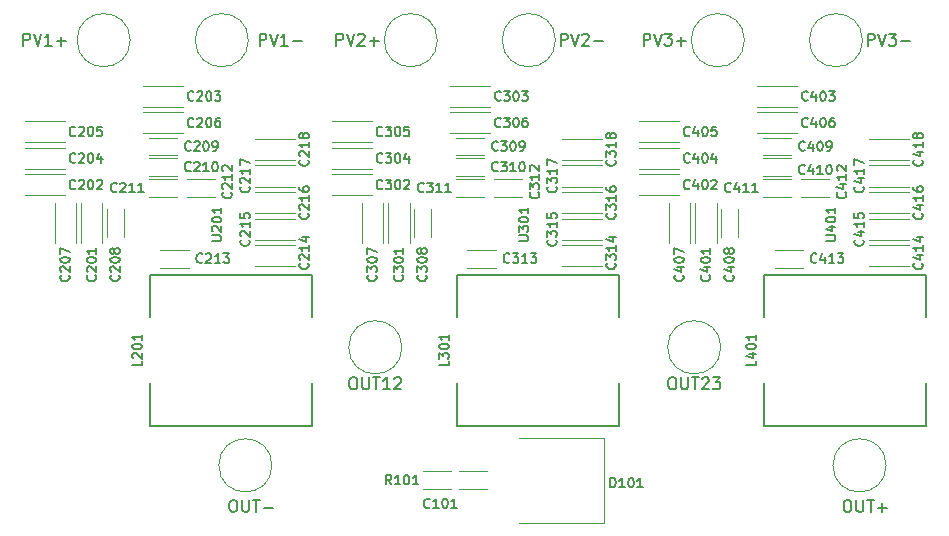
<source format=gbr>
%TF.GenerationSoftware,KiCad,Pcbnew,5.1.6-c6e7f7d~87~ubuntu20.04.1*%
%TF.CreationDate,2020-09-19T17:37:15+02:00*%
%TF.ProjectId,maxim-optimizer,6d617869-6d2d-46f7-9074-696d697a6572,rev?*%
%TF.SameCoordinates,PX3ef1480PY6acfc00*%
%TF.FileFunction,Legend,Top*%
%TF.FilePolarity,Positive*%
%FSLAX46Y46*%
G04 Gerber Fmt 4.6, Leading zero omitted, Abs format (unit mm)*
G04 Created by KiCad (PCBNEW 5.1.6-c6e7f7d~87~ubuntu20.04.1) date 2020-09-19 17:37:15*
%MOMM*%
%LPD*%
G01*
G04 APERTURE LIST*
%ADD10C,0.120000*%
%ADD11C,0.100000*%
%ADD12C,0.200000*%
%ADD13C,0.130000*%
%ADD14C,0.150000*%
G04 APERTURE END LIST*
D10*
%TO.C,SP110*%
X23250000Y5000000D02*
G75*
G03*
X23250000Y5000000I-2250000J0D01*
G01*
%TO.C,SP109*%
X75250000Y5000000D02*
G75*
G03*
X75250000Y5000000I-2250000J0D01*
G01*
%TO.C,SP108*%
X34250000Y15000000D02*
G75*
G03*
X34250000Y15000000I-2250000J0D01*
G01*
%TO.C,SP107*%
X61250000Y15000000D02*
G75*
G03*
X61250000Y15000000I-2250000J0D01*
G01*
%TO.C,SP106*%
X21250000Y41000000D02*
G75*
G03*
X21250000Y41000000I-2250000J0D01*
G01*
%TO.C,SP105*%
X11250000Y41000000D02*
G75*
G03*
X11250000Y41000000I-2250000J0D01*
G01*
%TO.C,SP104*%
X47250000Y41000000D02*
G75*
G03*
X47250000Y41000000I-2250000J0D01*
G01*
%TO.C,SP103*%
X37250000Y41000000D02*
G75*
G03*
X37250000Y41000000I-2250000J0D01*
G01*
%TO.C,SP102*%
X73250000Y41000000D02*
G75*
G03*
X73250000Y41000000I-2250000J0D01*
G01*
%TO.C,SP101*%
X63250000Y41000000D02*
G75*
G03*
X63250000Y41000000I-2250000J0D01*
G01*
D11*
%TO.C,R101*%
X38450000Y4500000D02*
X36050000Y4500000D01*
X36050000Y3000000D02*
X38450000Y3000000D01*
D12*
%TO.C,L401*%
X78600000Y8350000D02*
X78600000Y11950000D01*
X64900000Y8350000D02*
X78600000Y8350000D01*
X64900000Y11950000D02*
X64900000Y8350000D01*
X78600000Y21150000D02*
X78600000Y17550000D01*
X64900000Y21150000D02*
X78600000Y21150000D01*
X64900000Y17550000D02*
X64900000Y21150000D01*
%TO.C,L301*%
X52600000Y8350000D02*
X52600000Y11950000D01*
X38900000Y8350000D02*
X52600000Y8350000D01*
X38900000Y11950000D02*
X38900000Y8350000D01*
X52600000Y21150000D02*
X52600000Y17550000D01*
X38900000Y21150000D02*
X52600000Y21150000D01*
X38900000Y17550000D02*
X38900000Y21150000D01*
%TO.C,L201*%
X26600000Y8350000D02*
X26600000Y11950000D01*
X12900000Y8350000D02*
X26600000Y8350000D01*
X12900000Y11950000D02*
X12900000Y8350000D01*
X26600000Y21150000D02*
X26600000Y17550000D01*
X12900000Y21150000D02*
X26600000Y21150000D01*
X12900000Y17550000D02*
X12900000Y21150000D01*
D11*
%TO.C,D101*%
X51350000Y150000D02*
X44150000Y150000D01*
X51350000Y7350000D02*
X51350000Y150000D01*
X44150000Y7350000D02*
X51350000Y7350000D01*
%TO.C,C418*%
X73800000Y32650000D02*
X77200000Y32650000D01*
X77200000Y30850000D02*
X73800000Y30850000D01*
%TO.C,C417*%
X73800000Y30400000D02*
X77200000Y30400000D01*
X77200000Y28600000D02*
X73800000Y28600000D01*
%TO.C,C416*%
X73800000Y28150000D02*
X77200000Y28150000D01*
X77200000Y26350000D02*
X73800000Y26350000D01*
%TO.C,C415*%
X73800000Y25900000D02*
X77200000Y25900000D01*
X77200000Y24100000D02*
X73800000Y24100000D01*
%TO.C,C414*%
X73800000Y23650000D02*
X77200000Y23650000D01*
X77200000Y21850000D02*
X73800000Y21850000D01*
%TO.C,C413*%
X65801840Y21750000D02*
X68201840Y21750000D01*
X68201840Y23250000D02*
X65801840Y23250000D01*
%TO.C,C412*%
X70450000Y29250000D02*
X68050000Y29250000D01*
X68050000Y27750000D02*
X70450000Y27750000D01*
%TO.C,C411*%
X67200000Y29250000D02*
X64800000Y29250000D01*
X64800000Y27750000D02*
X67200000Y27750000D01*
%TO.C,C410*%
X67200000Y31000000D02*
X64800000Y31000000D01*
X64800000Y29500000D02*
X67200000Y29500000D01*
%TO.C,C409*%
X67200000Y32750000D02*
X64800000Y32750000D01*
X64800000Y31250000D02*
X67200000Y31250000D01*
%TO.C,C408*%
X62750000Y24300000D02*
X62750000Y26700000D01*
X61250000Y26700000D02*
X61250000Y24300000D01*
%TO.C,C407*%
X56850000Y23800000D02*
X56850000Y27200000D01*
X58650000Y27200000D02*
X58650000Y23800000D01*
%TO.C,C406*%
X67700000Y33100000D02*
X64300000Y33100000D01*
X64300000Y34900000D02*
X67700000Y34900000D01*
%TO.C,C405*%
X54300000Y34150000D02*
X57700000Y34150000D01*
X57700000Y32350000D02*
X54300000Y32350000D01*
%TO.C,C404*%
X54300000Y31900000D02*
X57700000Y31900000D01*
X57700000Y30100000D02*
X54300000Y30100000D01*
%TO.C,C403*%
X67700000Y35350000D02*
X64300000Y35350000D01*
X64300000Y37150000D02*
X67700000Y37150000D01*
%TO.C,C402*%
X54300000Y29650000D02*
X57700000Y29650000D01*
X57700000Y27850000D02*
X54300000Y27850000D01*
%TO.C,C401*%
X59100000Y23800000D02*
X59100000Y27200000D01*
X60900000Y27200000D02*
X60900000Y23800000D01*
%TO.C,C318*%
X47800000Y32650000D02*
X51200000Y32650000D01*
X51200000Y30850000D02*
X47800000Y30850000D01*
%TO.C,C317*%
X47800000Y30400000D02*
X51200000Y30400000D01*
X51200000Y28600000D02*
X47800000Y28600000D01*
%TO.C,C316*%
X47800000Y28150000D02*
X51200000Y28150000D01*
X51200000Y26350000D02*
X47800000Y26350000D01*
%TO.C,C315*%
X47800000Y25900000D02*
X51200000Y25900000D01*
X51200000Y24100000D02*
X47800000Y24100000D01*
%TO.C,C314*%
X47800000Y23650000D02*
X51200000Y23650000D01*
X51200000Y21850000D02*
X47800000Y21850000D01*
%TO.C,C313*%
X39801840Y21750000D02*
X42201840Y21750000D01*
X42201840Y23250000D02*
X39801840Y23250000D01*
%TO.C,C312*%
X44450000Y29250000D02*
X42050000Y29250000D01*
X42050000Y27750000D02*
X44450000Y27750000D01*
%TO.C,C311*%
X41200000Y29250000D02*
X38800000Y29250000D01*
X38800000Y27750000D02*
X41200000Y27750000D01*
%TO.C,C310*%
X41200000Y31000000D02*
X38800000Y31000000D01*
X38800000Y29500000D02*
X41200000Y29500000D01*
%TO.C,C309*%
X41200000Y32750000D02*
X38800000Y32750000D01*
X38800000Y31250000D02*
X41200000Y31250000D01*
%TO.C,C308*%
X36750000Y24300000D02*
X36750000Y26700000D01*
X35250000Y26700000D02*
X35250000Y24300000D01*
%TO.C,C307*%
X30850000Y23800000D02*
X30850000Y27200000D01*
X32650000Y27200000D02*
X32650000Y23800000D01*
%TO.C,C306*%
X41700000Y33100000D02*
X38300000Y33100000D01*
X38300000Y34900000D02*
X41700000Y34900000D01*
%TO.C,C305*%
X28300000Y34150000D02*
X31700000Y34150000D01*
X31700000Y32350000D02*
X28300000Y32350000D01*
%TO.C,C304*%
X28300000Y31900000D02*
X31700000Y31900000D01*
X31700000Y30100000D02*
X28300000Y30100000D01*
%TO.C,C303*%
X41700000Y35350000D02*
X38300000Y35350000D01*
X38300000Y37150000D02*
X41700000Y37150000D01*
%TO.C,C302*%
X28300000Y29650000D02*
X31700000Y29650000D01*
X31700000Y27850000D02*
X28300000Y27850000D01*
%TO.C,C301*%
X33100000Y23800000D02*
X33100000Y27200000D01*
X34900000Y27200000D02*
X34900000Y23800000D01*
%TO.C,C218*%
X21800000Y32650000D02*
X25200000Y32650000D01*
X25200000Y30850000D02*
X21800000Y30850000D01*
%TO.C,C217*%
X21800000Y30400000D02*
X25200000Y30400000D01*
X25200000Y28600000D02*
X21800000Y28600000D01*
%TO.C,C216*%
X21800000Y28150000D02*
X25200000Y28150000D01*
X25200000Y26350000D02*
X21800000Y26350000D01*
%TO.C,C215*%
X21800000Y25900000D02*
X25200000Y25900000D01*
X25200000Y24100000D02*
X21800000Y24100000D01*
%TO.C,C214*%
X21800000Y23650000D02*
X25200000Y23650000D01*
X25200000Y21850000D02*
X21800000Y21850000D01*
%TO.C,C213*%
X13801840Y21750000D02*
X16201840Y21750000D01*
X16201840Y23250000D02*
X13801840Y23250000D01*
%TO.C,C212*%
X18450000Y29250000D02*
X16050000Y29250000D01*
X16050000Y27750000D02*
X18450000Y27750000D01*
%TO.C,C211*%
X15200000Y29250000D02*
X12800000Y29250000D01*
X12800000Y27750000D02*
X15200000Y27750000D01*
%TO.C,C210*%
X15200000Y31000000D02*
X12800000Y31000000D01*
X12800000Y29500000D02*
X15200000Y29500000D01*
%TO.C,C209*%
X15200000Y32750000D02*
X12800000Y32750000D01*
X12800000Y31250000D02*
X15200000Y31250000D01*
%TO.C,C208*%
X10750000Y24300000D02*
X10750000Y26700000D01*
X9250000Y26700000D02*
X9250000Y24300000D01*
%TO.C,C207*%
X4850000Y23800000D02*
X4850000Y27200000D01*
X6650000Y27200000D02*
X6650000Y23800000D01*
%TO.C,C206*%
X15700000Y33100000D02*
X12300000Y33100000D01*
X12300000Y34900000D02*
X15700000Y34900000D01*
%TO.C,C205*%
X2300000Y34150000D02*
X5700000Y34150000D01*
X5700000Y32350000D02*
X2300000Y32350000D01*
%TO.C,C204*%
X2300000Y31900000D02*
X5700000Y31900000D01*
X5700000Y30100000D02*
X2300000Y30100000D01*
%TO.C,C203*%
X15700000Y35350000D02*
X12300000Y35350000D01*
X12300000Y37150000D02*
X15700000Y37150000D01*
%TO.C,C202*%
X2300000Y29650000D02*
X5700000Y29650000D01*
X5700000Y27850000D02*
X2300000Y27850000D01*
%TO.C,C201*%
X7100000Y23800000D02*
X7100000Y27200000D01*
X8900000Y27200000D02*
X8900000Y23800000D01*
%TO.C,C101*%
X39050000Y3000000D02*
X41450000Y3000000D01*
X41450000Y4500000D02*
X39050000Y4500000D01*
%TO.C,U201*%
D13*
X18161904Y24028572D02*
X18809523Y24028572D01*
X18885714Y24066667D01*
X18923809Y24104762D01*
X18961904Y24180953D01*
X18961904Y24333334D01*
X18923809Y24409524D01*
X18885714Y24447620D01*
X18809523Y24485715D01*
X18161904Y24485715D01*
X18238095Y24828572D02*
X18200000Y24866667D01*
X18161904Y24942858D01*
X18161904Y25133334D01*
X18200000Y25209524D01*
X18238095Y25247620D01*
X18314285Y25285715D01*
X18390476Y25285715D01*
X18504761Y25247620D01*
X18961904Y24790477D01*
X18961904Y25285715D01*
X18161904Y25780953D02*
X18161904Y25857143D01*
X18200000Y25933334D01*
X18238095Y25971429D01*
X18314285Y26009524D01*
X18466666Y26047620D01*
X18657142Y26047620D01*
X18809523Y26009524D01*
X18885714Y25971429D01*
X18923809Y25933334D01*
X18961904Y25857143D01*
X18961904Y25780953D01*
X18923809Y25704762D01*
X18885714Y25666667D01*
X18809523Y25628572D01*
X18657142Y25590477D01*
X18466666Y25590477D01*
X18314285Y25628572D01*
X18238095Y25666667D01*
X18200000Y25704762D01*
X18161904Y25780953D01*
X18961904Y26809524D02*
X18961904Y26352381D01*
X18961904Y26580953D02*
X18161904Y26580953D01*
X18276190Y26504762D01*
X18352380Y26428572D01*
X18390476Y26352381D01*
%TO.C,U401*%
X70161904Y24028572D02*
X70809523Y24028572D01*
X70885714Y24066667D01*
X70923809Y24104762D01*
X70961904Y24180953D01*
X70961904Y24333334D01*
X70923809Y24409524D01*
X70885714Y24447620D01*
X70809523Y24485715D01*
X70161904Y24485715D01*
X70428571Y25209524D02*
X70961904Y25209524D01*
X70123809Y25019048D02*
X70695238Y24828572D01*
X70695238Y25323810D01*
X70161904Y25780953D02*
X70161904Y25857143D01*
X70200000Y25933334D01*
X70238095Y25971429D01*
X70314285Y26009524D01*
X70466666Y26047620D01*
X70657142Y26047620D01*
X70809523Y26009524D01*
X70885714Y25971429D01*
X70923809Y25933334D01*
X70961904Y25857143D01*
X70961904Y25780953D01*
X70923809Y25704762D01*
X70885714Y25666667D01*
X70809523Y25628572D01*
X70657142Y25590477D01*
X70466666Y25590477D01*
X70314285Y25628572D01*
X70238095Y25666667D01*
X70200000Y25704762D01*
X70161904Y25780953D01*
X70961904Y26809524D02*
X70961904Y26352381D01*
X70961904Y26580953D02*
X70161904Y26580953D01*
X70276190Y26504762D01*
X70352380Y26428572D01*
X70390476Y26352381D01*
%TO.C,U301*%
X44161904Y24028572D02*
X44809523Y24028572D01*
X44885714Y24066667D01*
X44923809Y24104762D01*
X44961904Y24180953D01*
X44961904Y24333334D01*
X44923809Y24409524D01*
X44885714Y24447620D01*
X44809523Y24485715D01*
X44161904Y24485715D01*
X44161904Y24790477D02*
X44161904Y25285715D01*
X44466666Y25019048D01*
X44466666Y25133334D01*
X44504761Y25209524D01*
X44542857Y25247620D01*
X44619047Y25285715D01*
X44809523Y25285715D01*
X44885714Y25247620D01*
X44923809Y25209524D01*
X44961904Y25133334D01*
X44961904Y24904762D01*
X44923809Y24828572D01*
X44885714Y24790477D01*
X44161904Y25780953D02*
X44161904Y25857143D01*
X44200000Y25933334D01*
X44238095Y25971429D01*
X44314285Y26009524D01*
X44466666Y26047620D01*
X44657142Y26047620D01*
X44809523Y26009524D01*
X44885714Y25971429D01*
X44923809Y25933334D01*
X44961904Y25857143D01*
X44961904Y25780953D01*
X44923809Y25704762D01*
X44885714Y25666667D01*
X44809523Y25628572D01*
X44657142Y25590477D01*
X44466666Y25590477D01*
X44314285Y25628572D01*
X44238095Y25666667D01*
X44200000Y25704762D01*
X44161904Y25780953D01*
X44961904Y26809524D02*
X44961904Y26352381D01*
X44961904Y26580953D02*
X44161904Y26580953D01*
X44276190Y26504762D01*
X44352380Y26428572D01*
X44390476Y26352381D01*
%TO.C,SP110*%
D14*
X19880952Y2047620D02*
X20071428Y2047620D01*
X20166666Y2000000D01*
X20261904Y1904762D01*
X20309523Y1714286D01*
X20309523Y1380953D01*
X20261904Y1190477D01*
X20166666Y1095239D01*
X20071428Y1047620D01*
X19880952Y1047620D01*
X19785714Y1095239D01*
X19690476Y1190477D01*
X19642857Y1380953D01*
X19642857Y1714286D01*
X19690476Y1904762D01*
X19785714Y2000000D01*
X19880952Y2047620D01*
X20738095Y2047620D02*
X20738095Y1238096D01*
X20785714Y1142858D01*
X20833333Y1095239D01*
X20928571Y1047620D01*
X21119047Y1047620D01*
X21214285Y1095239D01*
X21261904Y1142858D01*
X21309523Y1238096D01*
X21309523Y2047620D01*
X21642857Y2047620D02*
X22214285Y2047620D01*
X21928571Y1047620D02*
X21928571Y2047620D01*
X22547619Y1428572D02*
X23309523Y1428572D01*
%TO.C,SP109*%
X71880952Y2047620D02*
X72071428Y2047620D01*
X72166666Y2000000D01*
X72261904Y1904762D01*
X72309523Y1714286D01*
X72309523Y1380953D01*
X72261904Y1190477D01*
X72166666Y1095239D01*
X72071428Y1047620D01*
X71880952Y1047620D01*
X71785714Y1095239D01*
X71690476Y1190477D01*
X71642857Y1380953D01*
X71642857Y1714286D01*
X71690476Y1904762D01*
X71785714Y2000000D01*
X71880952Y2047620D01*
X72738095Y2047620D02*
X72738095Y1238096D01*
X72785714Y1142858D01*
X72833333Y1095239D01*
X72928571Y1047620D01*
X73119047Y1047620D01*
X73214285Y1095239D01*
X73261904Y1142858D01*
X73309523Y1238096D01*
X73309523Y2047620D01*
X73642857Y2047620D02*
X74214285Y2047620D01*
X73928571Y1047620D02*
X73928571Y2047620D01*
X74547619Y1428572D02*
X75309523Y1428572D01*
X74928571Y1047620D02*
X74928571Y1809524D01*
%TO.C,SP108*%
X30047619Y12447620D02*
X30238095Y12447620D01*
X30333333Y12400000D01*
X30428571Y12304762D01*
X30476190Y12114286D01*
X30476190Y11780953D01*
X30428571Y11590477D01*
X30333333Y11495239D01*
X30238095Y11447620D01*
X30047619Y11447620D01*
X29952380Y11495239D01*
X29857142Y11590477D01*
X29809523Y11780953D01*
X29809523Y12114286D01*
X29857142Y12304762D01*
X29952380Y12400000D01*
X30047619Y12447620D01*
X30904761Y12447620D02*
X30904761Y11638096D01*
X30952380Y11542858D01*
X31000000Y11495239D01*
X31095238Y11447620D01*
X31285714Y11447620D01*
X31380952Y11495239D01*
X31428571Y11542858D01*
X31476190Y11638096D01*
X31476190Y12447620D01*
X31809523Y12447620D02*
X32380952Y12447620D01*
X32095238Y11447620D02*
X32095238Y12447620D01*
X33238095Y11447620D02*
X32666666Y11447620D01*
X32952380Y11447620D02*
X32952380Y12447620D01*
X32857142Y12304762D01*
X32761904Y12209524D01*
X32666666Y12161905D01*
X33619047Y12352381D02*
X33666666Y12400000D01*
X33761904Y12447620D01*
X34000000Y12447620D01*
X34095238Y12400000D01*
X34142857Y12352381D01*
X34190476Y12257143D01*
X34190476Y12161905D01*
X34142857Y12019048D01*
X33571428Y11447620D01*
X34190476Y11447620D01*
%TO.C,SP107*%
X57047619Y12447620D02*
X57238095Y12447620D01*
X57333333Y12400000D01*
X57428571Y12304762D01*
X57476190Y12114286D01*
X57476190Y11780953D01*
X57428571Y11590477D01*
X57333333Y11495239D01*
X57238095Y11447620D01*
X57047619Y11447620D01*
X56952380Y11495239D01*
X56857142Y11590477D01*
X56809523Y11780953D01*
X56809523Y12114286D01*
X56857142Y12304762D01*
X56952380Y12400000D01*
X57047619Y12447620D01*
X57904761Y12447620D02*
X57904761Y11638096D01*
X57952380Y11542858D01*
X58000000Y11495239D01*
X58095238Y11447620D01*
X58285714Y11447620D01*
X58380952Y11495239D01*
X58428571Y11542858D01*
X58476190Y11638096D01*
X58476190Y12447620D01*
X58809523Y12447620D02*
X59380952Y12447620D01*
X59095238Y11447620D02*
X59095238Y12447620D01*
X59666666Y12352381D02*
X59714285Y12400000D01*
X59809523Y12447620D01*
X60047619Y12447620D01*
X60142857Y12400000D01*
X60190476Y12352381D01*
X60238095Y12257143D01*
X60238095Y12161905D01*
X60190476Y12019048D01*
X59619047Y11447620D01*
X60238095Y11447620D01*
X60571428Y12447620D02*
X61190476Y12447620D01*
X60857142Y12066667D01*
X61000000Y12066667D01*
X61095238Y12019048D01*
X61142857Y11971429D01*
X61190476Y11876191D01*
X61190476Y11638096D01*
X61142857Y11542858D01*
X61095238Y11495239D01*
X61000000Y11447620D01*
X60714285Y11447620D01*
X60619047Y11495239D01*
X60571428Y11542858D01*
%TO.C,SP106*%
X22214285Y40547620D02*
X22214285Y41547620D01*
X22595238Y41547620D01*
X22690476Y41500000D01*
X22738095Y41452381D01*
X22785714Y41357143D01*
X22785714Y41214286D01*
X22738095Y41119048D01*
X22690476Y41071429D01*
X22595238Y41023810D01*
X22214285Y41023810D01*
X23071428Y41547620D02*
X23404761Y40547620D01*
X23738095Y41547620D01*
X24595238Y40547620D02*
X24023809Y40547620D01*
X24309523Y40547620D02*
X24309523Y41547620D01*
X24214285Y41404762D01*
X24119047Y41309524D01*
X24023809Y41261905D01*
X25023809Y40928572D02*
X25785714Y40928572D01*
%TO.C,SP105*%
X2214285Y40547620D02*
X2214285Y41547620D01*
X2595238Y41547620D01*
X2690476Y41500000D01*
X2738095Y41452381D01*
X2785714Y41357143D01*
X2785714Y41214286D01*
X2738095Y41119048D01*
X2690476Y41071429D01*
X2595238Y41023810D01*
X2214285Y41023810D01*
X3071428Y41547620D02*
X3404761Y40547620D01*
X3738095Y41547620D01*
X4595238Y40547620D02*
X4023809Y40547620D01*
X4309523Y40547620D02*
X4309523Y41547620D01*
X4214285Y41404762D01*
X4119047Y41309524D01*
X4023809Y41261905D01*
X5023809Y40928572D02*
X5785714Y40928572D01*
X5404761Y40547620D02*
X5404761Y41309524D01*
%TO.C,SP104*%
X47714285Y40547620D02*
X47714285Y41547620D01*
X48095238Y41547620D01*
X48190476Y41500000D01*
X48238095Y41452381D01*
X48285714Y41357143D01*
X48285714Y41214286D01*
X48238095Y41119048D01*
X48190476Y41071429D01*
X48095238Y41023810D01*
X47714285Y41023810D01*
X48571428Y41547620D02*
X48904761Y40547620D01*
X49238095Y41547620D01*
X49523809Y41452381D02*
X49571428Y41500000D01*
X49666666Y41547620D01*
X49904761Y41547620D01*
X50000000Y41500000D01*
X50047619Y41452381D01*
X50095238Y41357143D01*
X50095238Y41261905D01*
X50047619Y41119048D01*
X49476190Y40547620D01*
X50095238Y40547620D01*
X50523809Y40928572D02*
X51285714Y40928572D01*
%TO.C,SP103*%
X28714285Y40547620D02*
X28714285Y41547620D01*
X29095238Y41547620D01*
X29190476Y41500000D01*
X29238095Y41452381D01*
X29285714Y41357143D01*
X29285714Y41214286D01*
X29238095Y41119048D01*
X29190476Y41071429D01*
X29095238Y41023810D01*
X28714285Y41023810D01*
X29571428Y41547620D02*
X29904761Y40547620D01*
X30238095Y41547620D01*
X30523809Y41452381D02*
X30571428Y41500000D01*
X30666666Y41547620D01*
X30904761Y41547620D01*
X31000000Y41500000D01*
X31047619Y41452381D01*
X31095238Y41357143D01*
X31095238Y41261905D01*
X31047619Y41119048D01*
X30476190Y40547620D01*
X31095238Y40547620D01*
X31523809Y40928572D02*
X32285714Y40928572D01*
X31904761Y40547620D02*
X31904761Y41309524D01*
%TO.C,SP102*%
X73714285Y40547620D02*
X73714285Y41547620D01*
X74095238Y41547620D01*
X74190476Y41500000D01*
X74238095Y41452381D01*
X74285714Y41357143D01*
X74285714Y41214286D01*
X74238095Y41119048D01*
X74190476Y41071429D01*
X74095238Y41023810D01*
X73714285Y41023810D01*
X74571428Y41547620D02*
X74904761Y40547620D01*
X75238095Y41547620D01*
X75476190Y41547620D02*
X76095238Y41547620D01*
X75761904Y41166667D01*
X75904761Y41166667D01*
X76000000Y41119048D01*
X76047619Y41071429D01*
X76095238Y40976191D01*
X76095238Y40738096D01*
X76047619Y40642858D01*
X76000000Y40595239D01*
X75904761Y40547620D01*
X75619047Y40547620D01*
X75523809Y40595239D01*
X75476190Y40642858D01*
X76523809Y40928572D02*
X77285714Y40928572D01*
%TO.C,SP101*%
X54714285Y40547620D02*
X54714285Y41547620D01*
X55095238Y41547620D01*
X55190476Y41500000D01*
X55238095Y41452381D01*
X55285714Y41357143D01*
X55285714Y41214286D01*
X55238095Y41119048D01*
X55190476Y41071429D01*
X55095238Y41023810D01*
X54714285Y41023810D01*
X55571428Y41547620D02*
X55904761Y40547620D01*
X56238095Y41547620D01*
X56476190Y41547620D02*
X57095238Y41547620D01*
X56761904Y41166667D01*
X56904761Y41166667D01*
X57000000Y41119048D01*
X57047619Y41071429D01*
X57095238Y40976191D01*
X57095238Y40738096D01*
X57047619Y40642858D01*
X57000000Y40595239D01*
X56904761Y40547620D01*
X56619047Y40547620D01*
X56523809Y40595239D01*
X56476190Y40642858D01*
X57523809Y40928572D02*
X58285714Y40928572D01*
X57904761Y40547620D02*
X57904761Y41309524D01*
%TO.C,R101*%
D13*
X33354761Y3388096D02*
X33088095Y3769048D01*
X32897619Y3388096D02*
X32897619Y4188096D01*
X33202380Y4188096D01*
X33278571Y4150000D01*
X33316666Y4111905D01*
X33354761Y4035715D01*
X33354761Y3921429D01*
X33316666Y3845239D01*
X33278571Y3807143D01*
X33202380Y3769048D01*
X32897619Y3769048D01*
X34116666Y3388096D02*
X33659523Y3388096D01*
X33888095Y3388096D02*
X33888095Y4188096D01*
X33811904Y4073810D01*
X33735714Y3997620D01*
X33659523Y3959524D01*
X34611904Y4188096D02*
X34688095Y4188096D01*
X34764285Y4150000D01*
X34802380Y4111905D01*
X34840476Y4035715D01*
X34878571Y3883334D01*
X34878571Y3692858D01*
X34840476Y3540477D01*
X34802380Y3464286D01*
X34764285Y3426191D01*
X34688095Y3388096D01*
X34611904Y3388096D01*
X34535714Y3426191D01*
X34497619Y3464286D01*
X34459523Y3540477D01*
X34421428Y3692858D01*
X34421428Y3883334D01*
X34459523Y4035715D01*
X34497619Y4111905D01*
X34535714Y4150000D01*
X34611904Y4188096D01*
X35640476Y3388096D02*
X35183333Y3388096D01*
X35411904Y3388096D02*
X35411904Y4188096D01*
X35335714Y4073810D01*
X35259523Y3997620D01*
X35183333Y3959524D01*
%TO.C,L401*%
X64211904Y13854762D02*
X64211904Y13473810D01*
X63411904Y13473810D01*
X63678571Y14464286D02*
X64211904Y14464286D01*
X63373809Y14273810D02*
X63945238Y14083334D01*
X63945238Y14578572D01*
X63411904Y15035715D02*
X63411904Y15111905D01*
X63450000Y15188096D01*
X63488095Y15226191D01*
X63564285Y15264286D01*
X63716666Y15302381D01*
X63907142Y15302381D01*
X64059523Y15264286D01*
X64135714Y15226191D01*
X64173809Y15188096D01*
X64211904Y15111905D01*
X64211904Y15035715D01*
X64173809Y14959524D01*
X64135714Y14921429D01*
X64059523Y14883334D01*
X63907142Y14845239D01*
X63716666Y14845239D01*
X63564285Y14883334D01*
X63488095Y14921429D01*
X63450000Y14959524D01*
X63411904Y15035715D01*
X64211904Y16064286D02*
X64211904Y15607143D01*
X64211904Y15835715D02*
X63411904Y15835715D01*
X63526190Y15759524D01*
X63602380Y15683334D01*
X63640476Y15607143D01*
%TO.C,L301*%
X38211904Y13854762D02*
X38211904Y13473810D01*
X37411904Y13473810D01*
X37411904Y14045239D02*
X37411904Y14540477D01*
X37716666Y14273810D01*
X37716666Y14388096D01*
X37754761Y14464286D01*
X37792857Y14502381D01*
X37869047Y14540477D01*
X38059523Y14540477D01*
X38135714Y14502381D01*
X38173809Y14464286D01*
X38211904Y14388096D01*
X38211904Y14159524D01*
X38173809Y14083334D01*
X38135714Y14045239D01*
X37411904Y15035715D02*
X37411904Y15111905D01*
X37450000Y15188096D01*
X37488095Y15226191D01*
X37564285Y15264286D01*
X37716666Y15302381D01*
X37907142Y15302381D01*
X38059523Y15264286D01*
X38135714Y15226191D01*
X38173809Y15188096D01*
X38211904Y15111905D01*
X38211904Y15035715D01*
X38173809Y14959524D01*
X38135714Y14921429D01*
X38059523Y14883334D01*
X37907142Y14845239D01*
X37716666Y14845239D01*
X37564285Y14883334D01*
X37488095Y14921429D01*
X37450000Y14959524D01*
X37411904Y15035715D01*
X38211904Y16064286D02*
X38211904Y15607143D01*
X38211904Y15835715D02*
X37411904Y15835715D01*
X37526190Y15759524D01*
X37602380Y15683334D01*
X37640476Y15607143D01*
%TO.C,L201*%
X12211904Y13854762D02*
X12211904Y13473810D01*
X11411904Y13473810D01*
X11488095Y14083334D02*
X11450000Y14121429D01*
X11411904Y14197620D01*
X11411904Y14388096D01*
X11450000Y14464286D01*
X11488095Y14502381D01*
X11564285Y14540477D01*
X11640476Y14540477D01*
X11754761Y14502381D01*
X12211904Y14045239D01*
X12211904Y14540477D01*
X11411904Y15035715D02*
X11411904Y15111905D01*
X11450000Y15188096D01*
X11488095Y15226191D01*
X11564285Y15264286D01*
X11716666Y15302381D01*
X11907142Y15302381D01*
X12059523Y15264286D01*
X12135714Y15226191D01*
X12173809Y15188096D01*
X12211904Y15111905D01*
X12211904Y15035715D01*
X12173809Y14959524D01*
X12135714Y14921429D01*
X12059523Y14883334D01*
X11907142Y14845239D01*
X11716666Y14845239D01*
X11564285Y14883334D01*
X11488095Y14921429D01*
X11450000Y14959524D01*
X11411904Y15035715D01*
X12211904Y16064286D02*
X12211904Y15607143D01*
X12211904Y15835715D02*
X11411904Y15835715D01*
X11526190Y15759524D01*
X11602380Y15683334D01*
X11640476Y15607143D01*
%TO.C,D101*%
X51897619Y3138096D02*
X51897619Y3938096D01*
X52088095Y3938096D01*
X52202380Y3900000D01*
X52278571Y3823810D01*
X52316666Y3747620D01*
X52354761Y3595239D01*
X52354761Y3480953D01*
X52316666Y3328572D01*
X52278571Y3252381D01*
X52202380Y3176191D01*
X52088095Y3138096D01*
X51897619Y3138096D01*
X53116666Y3138096D02*
X52659523Y3138096D01*
X52888095Y3138096D02*
X52888095Y3938096D01*
X52811904Y3823810D01*
X52735714Y3747620D01*
X52659523Y3709524D01*
X53611904Y3938096D02*
X53688095Y3938096D01*
X53764285Y3900000D01*
X53802380Y3861905D01*
X53840476Y3785715D01*
X53878571Y3633334D01*
X53878571Y3442858D01*
X53840476Y3290477D01*
X53802380Y3214286D01*
X53764285Y3176191D01*
X53688095Y3138096D01*
X53611904Y3138096D01*
X53535714Y3176191D01*
X53497619Y3214286D01*
X53459523Y3290477D01*
X53421428Y3442858D01*
X53421428Y3633334D01*
X53459523Y3785715D01*
X53497619Y3861905D01*
X53535714Y3900000D01*
X53611904Y3938096D01*
X54640476Y3138096D02*
X54183333Y3138096D01*
X54411904Y3138096D02*
X54411904Y3938096D01*
X54335714Y3823810D01*
X54259523Y3747620D01*
X54183333Y3709524D01*
%TO.C,C418*%
X78285714Y30854762D02*
X78323809Y30816667D01*
X78361904Y30702381D01*
X78361904Y30626191D01*
X78323809Y30511905D01*
X78247619Y30435715D01*
X78171428Y30397620D01*
X78019047Y30359524D01*
X77904761Y30359524D01*
X77752380Y30397620D01*
X77676190Y30435715D01*
X77600000Y30511905D01*
X77561904Y30626191D01*
X77561904Y30702381D01*
X77600000Y30816667D01*
X77638095Y30854762D01*
X77828571Y31540477D02*
X78361904Y31540477D01*
X77523809Y31350000D02*
X78095238Y31159524D01*
X78095238Y31654762D01*
X78361904Y32378572D02*
X78361904Y31921429D01*
X78361904Y32150000D02*
X77561904Y32150000D01*
X77676190Y32073810D01*
X77752380Y31997620D01*
X77790476Y31921429D01*
X77904761Y32835715D02*
X77866666Y32759524D01*
X77828571Y32721429D01*
X77752380Y32683334D01*
X77714285Y32683334D01*
X77638095Y32721429D01*
X77600000Y32759524D01*
X77561904Y32835715D01*
X77561904Y32988096D01*
X77600000Y33064286D01*
X77638095Y33102381D01*
X77714285Y33140477D01*
X77752380Y33140477D01*
X77828571Y33102381D01*
X77866666Y33064286D01*
X77904761Y32988096D01*
X77904761Y32835715D01*
X77942857Y32759524D01*
X77980952Y32721429D01*
X78057142Y32683334D01*
X78209523Y32683334D01*
X78285714Y32721429D01*
X78323809Y32759524D01*
X78361904Y32835715D01*
X78361904Y32988096D01*
X78323809Y33064286D01*
X78285714Y33102381D01*
X78209523Y33140477D01*
X78057142Y33140477D01*
X77980952Y33102381D01*
X77942857Y33064286D01*
X77904761Y32988096D01*
%TO.C,C417*%
X73285714Y28604762D02*
X73323809Y28566667D01*
X73361904Y28452381D01*
X73361904Y28376191D01*
X73323809Y28261905D01*
X73247619Y28185715D01*
X73171428Y28147620D01*
X73019047Y28109524D01*
X72904761Y28109524D01*
X72752380Y28147620D01*
X72676190Y28185715D01*
X72600000Y28261905D01*
X72561904Y28376191D01*
X72561904Y28452381D01*
X72600000Y28566667D01*
X72638095Y28604762D01*
X72828571Y29290477D02*
X73361904Y29290477D01*
X72523809Y29100000D02*
X73095238Y28909524D01*
X73095238Y29404762D01*
X73361904Y30128572D02*
X73361904Y29671429D01*
X73361904Y29900000D02*
X72561904Y29900000D01*
X72676190Y29823810D01*
X72752380Y29747620D01*
X72790476Y29671429D01*
X72561904Y30395239D02*
X72561904Y30928572D01*
X73361904Y30585715D01*
%TO.C,C416*%
X78285714Y26354762D02*
X78323809Y26316667D01*
X78361904Y26202381D01*
X78361904Y26126191D01*
X78323809Y26011905D01*
X78247619Y25935715D01*
X78171428Y25897620D01*
X78019047Y25859524D01*
X77904761Y25859524D01*
X77752380Y25897620D01*
X77676190Y25935715D01*
X77600000Y26011905D01*
X77561904Y26126191D01*
X77561904Y26202381D01*
X77600000Y26316667D01*
X77638095Y26354762D01*
X77828571Y27040477D02*
X78361904Y27040477D01*
X77523809Y26850000D02*
X78095238Y26659524D01*
X78095238Y27154762D01*
X78361904Y27878572D02*
X78361904Y27421429D01*
X78361904Y27650000D02*
X77561904Y27650000D01*
X77676190Y27573810D01*
X77752380Y27497620D01*
X77790476Y27421429D01*
X77561904Y28564286D02*
X77561904Y28411905D01*
X77600000Y28335715D01*
X77638095Y28297620D01*
X77752380Y28221429D01*
X77904761Y28183334D01*
X78209523Y28183334D01*
X78285714Y28221429D01*
X78323809Y28259524D01*
X78361904Y28335715D01*
X78361904Y28488096D01*
X78323809Y28564286D01*
X78285714Y28602381D01*
X78209523Y28640477D01*
X78019047Y28640477D01*
X77942857Y28602381D01*
X77904761Y28564286D01*
X77866666Y28488096D01*
X77866666Y28335715D01*
X77904761Y28259524D01*
X77942857Y28221429D01*
X78019047Y28183334D01*
%TO.C,C415*%
X73285714Y24104762D02*
X73323809Y24066667D01*
X73361904Y23952381D01*
X73361904Y23876191D01*
X73323809Y23761905D01*
X73247619Y23685715D01*
X73171428Y23647620D01*
X73019047Y23609524D01*
X72904761Y23609524D01*
X72752380Y23647620D01*
X72676190Y23685715D01*
X72600000Y23761905D01*
X72561904Y23876191D01*
X72561904Y23952381D01*
X72600000Y24066667D01*
X72638095Y24104762D01*
X72828571Y24790477D02*
X73361904Y24790477D01*
X72523809Y24600000D02*
X73095238Y24409524D01*
X73095238Y24904762D01*
X73361904Y25628572D02*
X73361904Y25171429D01*
X73361904Y25400000D02*
X72561904Y25400000D01*
X72676190Y25323810D01*
X72752380Y25247620D01*
X72790476Y25171429D01*
X72561904Y26352381D02*
X72561904Y25971429D01*
X72942857Y25933334D01*
X72904761Y25971429D01*
X72866666Y26047620D01*
X72866666Y26238096D01*
X72904761Y26314286D01*
X72942857Y26352381D01*
X73019047Y26390477D01*
X73209523Y26390477D01*
X73285714Y26352381D01*
X73323809Y26314286D01*
X73361904Y26238096D01*
X73361904Y26047620D01*
X73323809Y25971429D01*
X73285714Y25933334D01*
%TO.C,C414*%
X78285714Y22104762D02*
X78323809Y22066667D01*
X78361904Y21952381D01*
X78361904Y21876191D01*
X78323809Y21761905D01*
X78247619Y21685715D01*
X78171428Y21647620D01*
X78019047Y21609524D01*
X77904761Y21609524D01*
X77752380Y21647620D01*
X77676190Y21685715D01*
X77600000Y21761905D01*
X77561904Y21876191D01*
X77561904Y21952381D01*
X77600000Y22066667D01*
X77638095Y22104762D01*
X77828571Y22790477D02*
X78361904Y22790477D01*
X77523809Y22600000D02*
X78095238Y22409524D01*
X78095238Y22904762D01*
X78361904Y23628572D02*
X78361904Y23171429D01*
X78361904Y23400000D02*
X77561904Y23400000D01*
X77676190Y23323810D01*
X77752380Y23247620D01*
X77790476Y23171429D01*
X77828571Y24314286D02*
X78361904Y24314286D01*
X77523809Y24123810D02*
X78095238Y23933334D01*
X78095238Y24428572D01*
%TO.C,C413*%
X69354761Y22214286D02*
X69316666Y22176191D01*
X69202380Y22138096D01*
X69126190Y22138096D01*
X69011904Y22176191D01*
X68935714Y22252381D01*
X68897619Y22328572D01*
X68859523Y22480953D01*
X68859523Y22595239D01*
X68897619Y22747620D01*
X68935714Y22823810D01*
X69011904Y22900000D01*
X69126190Y22938096D01*
X69202380Y22938096D01*
X69316666Y22900000D01*
X69354761Y22861905D01*
X70040476Y22671429D02*
X70040476Y22138096D01*
X69850000Y22976191D02*
X69659523Y22404762D01*
X70154761Y22404762D01*
X70878571Y22138096D02*
X70421428Y22138096D01*
X70650000Y22138096D02*
X70650000Y22938096D01*
X70573809Y22823810D01*
X70497619Y22747620D01*
X70421428Y22709524D01*
X71145238Y22938096D02*
X71640476Y22938096D01*
X71373809Y22633334D01*
X71488095Y22633334D01*
X71564285Y22595239D01*
X71602380Y22557143D01*
X71640476Y22480953D01*
X71640476Y22290477D01*
X71602380Y22214286D01*
X71564285Y22176191D01*
X71488095Y22138096D01*
X71259523Y22138096D01*
X71183333Y22176191D01*
X71145238Y22214286D01*
%TO.C,C412*%
X71785714Y28104762D02*
X71823809Y28066667D01*
X71861904Y27952381D01*
X71861904Y27876191D01*
X71823809Y27761905D01*
X71747619Y27685715D01*
X71671428Y27647620D01*
X71519047Y27609524D01*
X71404761Y27609524D01*
X71252380Y27647620D01*
X71176190Y27685715D01*
X71100000Y27761905D01*
X71061904Y27876191D01*
X71061904Y27952381D01*
X71100000Y28066667D01*
X71138095Y28104762D01*
X71328571Y28790477D02*
X71861904Y28790477D01*
X71023809Y28600000D02*
X71595238Y28409524D01*
X71595238Y28904762D01*
X71861904Y29628572D02*
X71861904Y29171429D01*
X71861904Y29400000D02*
X71061904Y29400000D01*
X71176190Y29323810D01*
X71252380Y29247620D01*
X71290476Y29171429D01*
X71138095Y29933334D02*
X71100000Y29971429D01*
X71061904Y30047620D01*
X71061904Y30238096D01*
X71100000Y30314286D01*
X71138095Y30352381D01*
X71214285Y30390477D01*
X71290476Y30390477D01*
X71404761Y30352381D01*
X71861904Y29895239D01*
X71861904Y30390477D01*
%TO.C,C411*%
X62104761Y28214286D02*
X62066666Y28176191D01*
X61952380Y28138096D01*
X61876190Y28138096D01*
X61761904Y28176191D01*
X61685714Y28252381D01*
X61647619Y28328572D01*
X61609523Y28480953D01*
X61609523Y28595239D01*
X61647619Y28747620D01*
X61685714Y28823810D01*
X61761904Y28900000D01*
X61876190Y28938096D01*
X61952380Y28938096D01*
X62066666Y28900000D01*
X62104761Y28861905D01*
X62790476Y28671429D02*
X62790476Y28138096D01*
X62600000Y28976191D02*
X62409523Y28404762D01*
X62904761Y28404762D01*
X63628571Y28138096D02*
X63171428Y28138096D01*
X63400000Y28138096D02*
X63400000Y28938096D01*
X63323809Y28823810D01*
X63247619Y28747620D01*
X63171428Y28709524D01*
X64390476Y28138096D02*
X63933333Y28138096D01*
X64161904Y28138096D02*
X64161904Y28938096D01*
X64085714Y28823810D01*
X64009523Y28747620D01*
X63933333Y28709524D01*
%TO.C,C410*%
X68354761Y29714286D02*
X68316666Y29676191D01*
X68202380Y29638096D01*
X68126190Y29638096D01*
X68011904Y29676191D01*
X67935714Y29752381D01*
X67897619Y29828572D01*
X67859523Y29980953D01*
X67859523Y30095239D01*
X67897619Y30247620D01*
X67935714Y30323810D01*
X68011904Y30400000D01*
X68126190Y30438096D01*
X68202380Y30438096D01*
X68316666Y30400000D01*
X68354761Y30361905D01*
X69040476Y30171429D02*
X69040476Y29638096D01*
X68850000Y30476191D02*
X68659523Y29904762D01*
X69154761Y29904762D01*
X69878571Y29638096D02*
X69421428Y29638096D01*
X69650000Y29638096D02*
X69650000Y30438096D01*
X69573809Y30323810D01*
X69497619Y30247620D01*
X69421428Y30209524D01*
X70373809Y30438096D02*
X70450000Y30438096D01*
X70526190Y30400000D01*
X70564285Y30361905D01*
X70602380Y30285715D01*
X70640476Y30133334D01*
X70640476Y29942858D01*
X70602380Y29790477D01*
X70564285Y29714286D01*
X70526190Y29676191D01*
X70450000Y29638096D01*
X70373809Y29638096D01*
X70297619Y29676191D01*
X70259523Y29714286D01*
X70221428Y29790477D01*
X70183333Y29942858D01*
X70183333Y30133334D01*
X70221428Y30285715D01*
X70259523Y30361905D01*
X70297619Y30400000D01*
X70373809Y30438096D01*
%TO.C,C409*%
X68354761Y31714286D02*
X68316666Y31676191D01*
X68202380Y31638096D01*
X68126190Y31638096D01*
X68011904Y31676191D01*
X67935714Y31752381D01*
X67897619Y31828572D01*
X67859523Y31980953D01*
X67859523Y32095239D01*
X67897619Y32247620D01*
X67935714Y32323810D01*
X68011904Y32400000D01*
X68126190Y32438096D01*
X68202380Y32438096D01*
X68316666Y32400000D01*
X68354761Y32361905D01*
X69040476Y32171429D02*
X69040476Y31638096D01*
X68850000Y32476191D02*
X68659523Y31904762D01*
X69154761Y31904762D01*
X69611904Y32438096D02*
X69688095Y32438096D01*
X69764285Y32400000D01*
X69802380Y32361905D01*
X69840476Y32285715D01*
X69878571Y32133334D01*
X69878571Y31942858D01*
X69840476Y31790477D01*
X69802380Y31714286D01*
X69764285Y31676191D01*
X69688095Y31638096D01*
X69611904Y31638096D01*
X69535714Y31676191D01*
X69497619Y31714286D01*
X69459523Y31790477D01*
X69421428Y31942858D01*
X69421428Y32133334D01*
X69459523Y32285715D01*
X69497619Y32361905D01*
X69535714Y32400000D01*
X69611904Y32438096D01*
X70259523Y31638096D02*
X70411904Y31638096D01*
X70488095Y31676191D01*
X70526190Y31714286D01*
X70602380Y31828572D01*
X70640476Y31980953D01*
X70640476Y32285715D01*
X70602380Y32361905D01*
X70564285Y32400000D01*
X70488095Y32438096D01*
X70335714Y32438096D01*
X70259523Y32400000D01*
X70221428Y32361905D01*
X70183333Y32285715D01*
X70183333Y32095239D01*
X70221428Y32019048D01*
X70259523Y31980953D01*
X70335714Y31942858D01*
X70488095Y31942858D01*
X70564285Y31980953D01*
X70602380Y32019048D01*
X70640476Y32095239D01*
%TO.C,C408*%
X62285714Y21104762D02*
X62323809Y21066667D01*
X62361904Y20952381D01*
X62361904Y20876191D01*
X62323809Y20761905D01*
X62247619Y20685715D01*
X62171428Y20647620D01*
X62019047Y20609524D01*
X61904761Y20609524D01*
X61752380Y20647620D01*
X61676190Y20685715D01*
X61600000Y20761905D01*
X61561904Y20876191D01*
X61561904Y20952381D01*
X61600000Y21066667D01*
X61638095Y21104762D01*
X61828571Y21790477D02*
X62361904Y21790477D01*
X61523809Y21600000D02*
X62095238Y21409524D01*
X62095238Y21904762D01*
X61561904Y22361905D02*
X61561904Y22438096D01*
X61600000Y22514286D01*
X61638095Y22552381D01*
X61714285Y22590477D01*
X61866666Y22628572D01*
X62057142Y22628572D01*
X62209523Y22590477D01*
X62285714Y22552381D01*
X62323809Y22514286D01*
X62361904Y22438096D01*
X62361904Y22361905D01*
X62323809Y22285715D01*
X62285714Y22247620D01*
X62209523Y22209524D01*
X62057142Y22171429D01*
X61866666Y22171429D01*
X61714285Y22209524D01*
X61638095Y22247620D01*
X61600000Y22285715D01*
X61561904Y22361905D01*
X61904761Y23085715D02*
X61866666Y23009524D01*
X61828571Y22971429D01*
X61752380Y22933334D01*
X61714285Y22933334D01*
X61638095Y22971429D01*
X61600000Y23009524D01*
X61561904Y23085715D01*
X61561904Y23238096D01*
X61600000Y23314286D01*
X61638095Y23352381D01*
X61714285Y23390477D01*
X61752380Y23390477D01*
X61828571Y23352381D01*
X61866666Y23314286D01*
X61904761Y23238096D01*
X61904761Y23085715D01*
X61942857Y23009524D01*
X61980952Y22971429D01*
X62057142Y22933334D01*
X62209523Y22933334D01*
X62285714Y22971429D01*
X62323809Y23009524D01*
X62361904Y23085715D01*
X62361904Y23238096D01*
X62323809Y23314286D01*
X62285714Y23352381D01*
X62209523Y23390477D01*
X62057142Y23390477D01*
X61980952Y23352381D01*
X61942857Y23314286D01*
X61904761Y23238096D01*
%TO.C,C407*%
X58035714Y21104762D02*
X58073809Y21066667D01*
X58111904Y20952381D01*
X58111904Y20876191D01*
X58073809Y20761905D01*
X57997619Y20685715D01*
X57921428Y20647620D01*
X57769047Y20609524D01*
X57654761Y20609524D01*
X57502380Y20647620D01*
X57426190Y20685715D01*
X57350000Y20761905D01*
X57311904Y20876191D01*
X57311904Y20952381D01*
X57350000Y21066667D01*
X57388095Y21104762D01*
X57578571Y21790477D02*
X58111904Y21790477D01*
X57273809Y21600000D02*
X57845238Y21409524D01*
X57845238Y21904762D01*
X57311904Y22361905D02*
X57311904Y22438096D01*
X57350000Y22514286D01*
X57388095Y22552381D01*
X57464285Y22590477D01*
X57616666Y22628572D01*
X57807142Y22628572D01*
X57959523Y22590477D01*
X58035714Y22552381D01*
X58073809Y22514286D01*
X58111904Y22438096D01*
X58111904Y22361905D01*
X58073809Y22285715D01*
X58035714Y22247620D01*
X57959523Y22209524D01*
X57807142Y22171429D01*
X57616666Y22171429D01*
X57464285Y22209524D01*
X57388095Y22247620D01*
X57350000Y22285715D01*
X57311904Y22361905D01*
X57311904Y22895239D02*
X57311904Y23428572D01*
X58111904Y23085715D01*
%TO.C,C406*%
X68604761Y33714286D02*
X68566666Y33676191D01*
X68452380Y33638096D01*
X68376190Y33638096D01*
X68261904Y33676191D01*
X68185714Y33752381D01*
X68147619Y33828572D01*
X68109523Y33980953D01*
X68109523Y34095239D01*
X68147619Y34247620D01*
X68185714Y34323810D01*
X68261904Y34400000D01*
X68376190Y34438096D01*
X68452380Y34438096D01*
X68566666Y34400000D01*
X68604761Y34361905D01*
X69290476Y34171429D02*
X69290476Y33638096D01*
X69100000Y34476191D02*
X68909523Y33904762D01*
X69404761Y33904762D01*
X69861904Y34438096D02*
X69938095Y34438096D01*
X70014285Y34400000D01*
X70052380Y34361905D01*
X70090476Y34285715D01*
X70128571Y34133334D01*
X70128571Y33942858D01*
X70090476Y33790477D01*
X70052380Y33714286D01*
X70014285Y33676191D01*
X69938095Y33638096D01*
X69861904Y33638096D01*
X69785714Y33676191D01*
X69747619Y33714286D01*
X69709523Y33790477D01*
X69671428Y33942858D01*
X69671428Y34133334D01*
X69709523Y34285715D01*
X69747619Y34361905D01*
X69785714Y34400000D01*
X69861904Y34438096D01*
X70814285Y34438096D02*
X70661904Y34438096D01*
X70585714Y34400000D01*
X70547619Y34361905D01*
X70471428Y34247620D01*
X70433333Y34095239D01*
X70433333Y33790477D01*
X70471428Y33714286D01*
X70509523Y33676191D01*
X70585714Y33638096D01*
X70738095Y33638096D01*
X70814285Y33676191D01*
X70852380Y33714286D01*
X70890476Y33790477D01*
X70890476Y33980953D01*
X70852380Y34057143D01*
X70814285Y34095239D01*
X70738095Y34133334D01*
X70585714Y34133334D01*
X70509523Y34095239D01*
X70471428Y34057143D01*
X70433333Y33980953D01*
%TO.C,C405*%
X58604761Y32964286D02*
X58566666Y32926191D01*
X58452380Y32888096D01*
X58376190Y32888096D01*
X58261904Y32926191D01*
X58185714Y33002381D01*
X58147619Y33078572D01*
X58109523Y33230953D01*
X58109523Y33345239D01*
X58147619Y33497620D01*
X58185714Y33573810D01*
X58261904Y33650000D01*
X58376190Y33688096D01*
X58452380Y33688096D01*
X58566666Y33650000D01*
X58604761Y33611905D01*
X59290476Y33421429D02*
X59290476Y32888096D01*
X59100000Y33726191D02*
X58909523Y33154762D01*
X59404761Y33154762D01*
X59861904Y33688096D02*
X59938095Y33688096D01*
X60014285Y33650000D01*
X60052380Y33611905D01*
X60090476Y33535715D01*
X60128571Y33383334D01*
X60128571Y33192858D01*
X60090476Y33040477D01*
X60052380Y32964286D01*
X60014285Y32926191D01*
X59938095Y32888096D01*
X59861904Y32888096D01*
X59785714Y32926191D01*
X59747619Y32964286D01*
X59709523Y33040477D01*
X59671428Y33192858D01*
X59671428Y33383334D01*
X59709523Y33535715D01*
X59747619Y33611905D01*
X59785714Y33650000D01*
X59861904Y33688096D01*
X60852380Y33688096D02*
X60471428Y33688096D01*
X60433333Y33307143D01*
X60471428Y33345239D01*
X60547619Y33383334D01*
X60738095Y33383334D01*
X60814285Y33345239D01*
X60852380Y33307143D01*
X60890476Y33230953D01*
X60890476Y33040477D01*
X60852380Y32964286D01*
X60814285Y32926191D01*
X60738095Y32888096D01*
X60547619Y32888096D01*
X60471428Y32926191D01*
X60433333Y32964286D01*
%TO.C,C404*%
X58604761Y30714286D02*
X58566666Y30676191D01*
X58452380Y30638096D01*
X58376190Y30638096D01*
X58261904Y30676191D01*
X58185714Y30752381D01*
X58147619Y30828572D01*
X58109523Y30980953D01*
X58109523Y31095239D01*
X58147619Y31247620D01*
X58185714Y31323810D01*
X58261904Y31400000D01*
X58376190Y31438096D01*
X58452380Y31438096D01*
X58566666Y31400000D01*
X58604761Y31361905D01*
X59290476Y31171429D02*
X59290476Y30638096D01*
X59100000Y31476191D02*
X58909523Y30904762D01*
X59404761Y30904762D01*
X59861904Y31438096D02*
X59938095Y31438096D01*
X60014285Y31400000D01*
X60052380Y31361905D01*
X60090476Y31285715D01*
X60128571Y31133334D01*
X60128571Y30942858D01*
X60090476Y30790477D01*
X60052380Y30714286D01*
X60014285Y30676191D01*
X59938095Y30638096D01*
X59861904Y30638096D01*
X59785714Y30676191D01*
X59747619Y30714286D01*
X59709523Y30790477D01*
X59671428Y30942858D01*
X59671428Y31133334D01*
X59709523Y31285715D01*
X59747619Y31361905D01*
X59785714Y31400000D01*
X59861904Y31438096D01*
X60814285Y31171429D02*
X60814285Y30638096D01*
X60623809Y31476191D02*
X60433333Y30904762D01*
X60928571Y30904762D01*
%TO.C,C403*%
X68604761Y35964286D02*
X68566666Y35926191D01*
X68452380Y35888096D01*
X68376190Y35888096D01*
X68261904Y35926191D01*
X68185714Y36002381D01*
X68147619Y36078572D01*
X68109523Y36230953D01*
X68109523Y36345239D01*
X68147619Y36497620D01*
X68185714Y36573810D01*
X68261904Y36650000D01*
X68376190Y36688096D01*
X68452380Y36688096D01*
X68566666Y36650000D01*
X68604761Y36611905D01*
X69290476Y36421429D02*
X69290476Y35888096D01*
X69100000Y36726191D02*
X68909523Y36154762D01*
X69404761Y36154762D01*
X69861904Y36688096D02*
X69938095Y36688096D01*
X70014285Y36650000D01*
X70052380Y36611905D01*
X70090476Y36535715D01*
X70128571Y36383334D01*
X70128571Y36192858D01*
X70090476Y36040477D01*
X70052380Y35964286D01*
X70014285Y35926191D01*
X69938095Y35888096D01*
X69861904Y35888096D01*
X69785714Y35926191D01*
X69747619Y35964286D01*
X69709523Y36040477D01*
X69671428Y36192858D01*
X69671428Y36383334D01*
X69709523Y36535715D01*
X69747619Y36611905D01*
X69785714Y36650000D01*
X69861904Y36688096D01*
X70395238Y36688096D02*
X70890476Y36688096D01*
X70623809Y36383334D01*
X70738095Y36383334D01*
X70814285Y36345239D01*
X70852380Y36307143D01*
X70890476Y36230953D01*
X70890476Y36040477D01*
X70852380Y35964286D01*
X70814285Y35926191D01*
X70738095Y35888096D01*
X70509523Y35888096D01*
X70433333Y35926191D01*
X70395238Y35964286D01*
%TO.C,C402*%
X58604761Y28464286D02*
X58566666Y28426191D01*
X58452380Y28388096D01*
X58376190Y28388096D01*
X58261904Y28426191D01*
X58185714Y28502381D01*
X58147619Y28578572D01*
X58109523Y28730953D01*
X58109523Y28845239D01*
X58147619Y28997620D01*
X58185714Y29073810D01*
X58261904Y29150000D01*
X58376190Y29188096D01*
X58452380Y29188096D01*
X58566666Y29150000D01*
X58604761Y29111905D01*
X59290476Y28921429D02*
X59290476Y28388096D01*
X59100000Y29226191D02*
X58909523Y28654762D01*
X59404761Y28654762D01*
X59861904Y29188096D02*
X59938095Y29188096D01*
X60014285Y29150000D01*
X60052380Y29111905D01*
X60090476Y29035715D01*
X60128571Y28883334D01*
X60128571Y28692858D01*
X60090476Y28540477D01*
X60052380Y28464286D01*
X60014285Y28426191D01*
X59938095Y28388096D01*
X59861904Y28388096D01*
X59785714Y28426191D01*
X59747619Y28464286D01*
X59709523Y28540477D01*
X59671428Y28692858D01*
X59671428Y28883334D01*
X59709523Y29035715D01*
X59747619Y29111905D01*
X59785714Y29150000D01*
X59861904Y29188096D01*
X60433333Y29111905D02*
X60471428Y29150000D01*
X60547619Y29188096D01*
X60738095Y29188096D01*
X60814285Y29150000D01*
X60852380Y29111905D01*
X60890476Y29035715D01*
X60890476Y28959524D01*
X60852380Y28845239D01*
X60395238Y28388096D01*
X60890476Y28388096D01*
%TO.C,C401*%
X60285714Y21104762D02*
X60323809Y21066667D01*
X60361904Y20952381D01*
X60361904Y20876191D01*
X60323809Y20761905D01*
X60247619Y20685715D01*
X60171428Y20647620D01*
X60019047Y20609524D01*
X59904761Y20609524D01*
X59752380Y20647620D01*
X59676190Y20685715D01*
X59600000Y20761905D01*
X59561904Y20876191D01*
X59561904Y20952381D01*
X59600000Y21066667D01*
X59638095Y21104762D01*
X59828571Y21790477D02*
X60361904Y21790477D01*
X59523809Y21600000D02*
X60095238Y21409524D01*
X60095238Y21904762D01*
X59561904Y22361905D02*
X59561904Y22438096D01*
X59600000Y22514286D01*
X59638095Y22552381D01*
X59714285Y22590477D01*
X59866666Y22628572D01*
X60057142Y22628572D01*
X60209523Y22590477D01*
X60285714Y22552381D01*
X60323809Y22514286D01*
X60361904Y22438096D01*
X60361904Y22361905D01*
X60323809Y22285715D01*
X60285714Y22247620D01*
X60209523Y22209524D01*
X60057142Y22171429D01*
X59866666Y22171429D01*
X59714285Y22209524D01*
X59638095Y22247620D01*
X59600000Y22285715D01*
X59561904Y22361905D01*
X60361904Y23390477D02*
X60361904Y22933334D01*
X60361904Y23161905D02*
X59561904Y23161905D01*
X59676190Y23085715D01*
X59752380Y23009524D01*
X59790476Y22933334D01*
%TO.C,C318*%
X52285714Y30854762D02*
X52323809Y30816667D01*
X52361904Y30702381D01*
X52361904Y30626191D01*
X52323809Y30511905D01*
X52247619Y30435715D01*
X52171428Y30397620D01*
X52019047Y30359524D01*
X51904761Y30359524D01*
X51752380Y30397620D01*
X51676190Y30435715D01*
X51600000Y30511905D01*
X51561904Y30626191D01*
X51561904Y30702381D01*
X51600000Y30816667D01*
X51638095Y30854762D01*
X51561904Y31121429D02*
X51561904Y31616667D01*
X51866666Y31350000D01*
X51866666Y31464286D01*
X51904761Y31540477D01*
X51942857Y31578572D01*
X52019047Y31616667D01*
X52209523Y31616667D01*
X52285714Y31578572D01*
X52323809Y31540477D01*
X52361904Y31464286D01*
X52361904Y31235715D01*
X52323809Y31159524D01*
X52285714Y31121429D01*
X52361904Y32378572D02*
X52361904Y31921429D01*
X52361904Y32150000D02*
X51561904Y32150000D01*
X51676190Y32073810D01*
X51752380Y31997620D01*
X51790476Y31921429D01*
X51904761Y32835715D02*
X51866666Y32759524D01*
X51828571Y32721429D01*
X51752380Y32683334D01*
X51714285Y32683334D01*
X51638095Y32721429D01*
X51600000Y32759524D01*
X51561904Y32835715D01*
X51561904Y32988096D01*
X51600000Y33064286D01*
X51638095Y33102381D01*
X51714285Y33140477D01*
X51752380Y33140477D01*
X51828571Y33102381D01*
X51866666Y33064286D01*
X51904761Y32988096D01*
X51904761Y32835715D01*
X51942857Y32759524D01*
X51980952Y32721429D01*
X52057142Y32683334D01*
X52209523Y32683334D01*
X52285714Y32721429D01*
X52323809Y32759524D01*
X52361904Y32835715D01*
X52361904Y32988096D01*
X52323809Y33064286D01*
X52285714Y33102381D01*
X52209523Y33140477D01*
X52057142Y33140477D01*
X51980952Y33102381D01*
X51942857Y33064286D01*
X51904761Y32988096D01*
%TO.C,C317*%
X47285714Y28604762D02*
X47323809Y28566667D01*
X47361904Y28452381D01*
X47361904Y28376191D01*
X47323809Y28261905D01*
X47247619Y28185715D01*
X47171428Y28147620D01*
X47019047Y28109524D01*
X46904761Y28109524D01*
X46752380Y28147620D01*
X46676190Y28185715D01*
X46600000Y28261905D01*
X46561904Y28376191D01*
X46561904Y28452381D01*
X46600000Y28566667D01*
X46638095Y28604762D01*
X46561904Y28871429D02*
X46561904Y29366667D01*
X46866666Y29100000D01*
X46866666Y29214286D01*
X46904761Y29290477D01*
X46942857Y29328572D01*
X47019047Y29366667D01*
X47209523Y29366667D01*
X47285714Y29328572D01*
X47323809Y29290477D01*
X47361904Y29214286D01*
X47361904Y28985715D01*
X47323809Y28909524D01*
X47285714Y28871429D01*
X47361904Y30128572D02*
X47361904Y29671429D01*
X47361904Y29900000D02*
X46561904Y29900000D01*
X46676190Y29823810D01*
X46752380Y29747620D01*
X46790476Y29671429D01*
X46561904Y30395239D02*
X46561904Y30928572D01*
X47361904Y30585715D01*
%TO.C,C316*%
X52285714Y26354762D02*
X52323809Y26316667D01*
X52361904Y26202381D01*
X52361904Y26126191D01*
X52323809Y26011905D01*
X52247619Y25935715D01*
X52171428Y25897620D01*
X52019047Y25859524D01*
X51904761Y25859524D01*
X51752380Y25897620D01*
X51676190Y25935715D01*
X51600000Y26011905D01*
X51561904Y26126191D01*
X51561904Y26202381D01*
X51600000Y26316667D01*
X51638095Y26354762D01*
X51561904Y26621429D02*
X51561904Y27116667D01*
X51866666Y26850000D01*
X51866666Y26964286D01*
X51904761Y27040477D01*
X51942857Y27078572D01*
X52019047Y27116667D01*
X52209523Y27116667D01*
X52285714Y27078572D01*
X52323809Y27040477D01*
X52361904Y26964286D01*
X52361904Y26735715D01*
X52323809Y26659524D01*
X52285714Y26621429D01*
X52361904Y27878572D02*
X52361904Y27421429D01*
X52361904Y27650000D02*
X51561904Y27650000D01*
X51676190Y27573810D01*
X51752380Y27497620D01*
X51790476Y27421429D01*
X51561904Y28564286D02*
X51561904Y28411905D01*
X51600000Y28335715D01*
X51638095Y28297620D01*
X51752380Y28221429D01*
X51904761Y28183334D01*
X52209523Y28183334D01*
X52285714Y28221429D01*
X52323809Y28259524D01*
X52361904Y28335715D01*
X52361904Y28488096D01*
X52323809Y28564286D01*
X52285714Y28602381D01*
X52209523Y28640477D01*
X52019047Y28640477D01*
X51942857Y28602381D01*
X51904761Y28564286D01*
X51866666Y28488096D01*
X51866666Y28335715D01*
X51904761Y28259524D01*
X51942857Y28221429D01*
X52019047Y28183334D01*
%TO.C,C315*%
X47285714Y24104762D02*
X47323809Y24066667D01*
X47361904Y23952381D01*
X47361904Y23876191D01*
X47323809Y23761905D01*
X47247619Y23685715D01*
X47171428Y23647620D01*
X47019047Y23609524D01*
X46904761Y23609524D01*
X46752380Y23647620D01*
X46676190Y23685715D01*
X46600000Y23761905D01*
X46561904Y23876191D01*
X46561904Y23952381D01*
X46600000Y24066667D01*
X46638095Y24104762D01*
X46561904Y24371429D02*
X46561904Y24866667D01*
X46866666Y24600000D01*
X46866666Y24714286D01*
X46904761Y24790477D01*
X46942857Y24828572D01*
X47019047Y24866667D01*
X47209523Y24866667D01*
X47285714Y24828572D01*
X47323809Y24790477D01*
X47361904Y24714286D01*
X47361904Y24485715D01*
X47323809Y24409524D01*
X47285714Y24371429D01*
X47361904Y25628572D02*
X47361904Y25171429D01*
X47361904Y25400000D02*
X46561904Y25400000D01*
X46676190Y25323810D01*
X46752380Y25247620D01*
X46790476Y25171429D01*
X46561904Y26352381D02*
X46561904Y25971429D01*
X46942857Y25933334D01*
X46904761Y25971429D01*
X46866666Y26047620D01*
X46866666Y26238096D01*
X46904761Y26314286D01*
X46942857Y26352381D01*
X47019047Y26390477D01*
X47209523Y26390477D01*
X47285714Y26352381D01*
X47323809Y26314286D01*
X47361904Y26238096D01*
X47361904Y26047620D01*
X47323809Y25971429D01*
X47285714Y25933334D01*
%TO.C,C314*%
X52285714Y22104762D02*
X52323809Y22066667D01*
X52361904Y21952381D01*
X52361904Y21876191D01*
X52323809Y21761905D01*
X52247619Y21685715D01*
X52171428Y21647620D01*
X52019047Y21609524D01*
X51904761Y21609524D01*
X51752380Y21647620D01*
X51676190Y21685715D01*
X51600000Y21761905D01*
X51561904Y21876191D01*
X51561904Y21952381D01*
X51600000Y22066667D01*
X51638095Y22104762D01*
X51561904Y22371429D02*
X51561904Y22866667D01*
X51866666Y22600000D01*
X51866666Y22714286D01*
X51904761Y22790477D01*
X51942857Y22828572D01*
X52019047Y22866667D01*
X52209523Y22866667D01*
X52285714Y22828572D01*
X52323809Y22790477D01*
X52361904Y22714286D01*
X52361904Y22485715D01*
X52323809Y22409524D01*
X52285714Y22371429D01*
X52361904Y23628572D02*
X52361904Y23171429D01*
X52361904Y23400000D02*
X51561904Y23400000D01*
X51676190Y23323810D01*
X51752380Y23247620D01*
X51790476Y23171429D01*
X51828571Y24314286D02*
X52361904Y24314286D01*
X51523809Y24123810D02*
X52095238Y23933334D01*
X52095238Y24428572D01*
%TO.C,C313*%
X43354761Y22214286D02*
X43316666Y22176191D01*
X43202380Y22138096D01*
X43126190Y22138096D01*
X43011904Y22176191D01*
X42935714Y22252381D01*
X42897619Y22328572D01*
X42859523Y22480953D01*
X42859523Y22595239D01*
X42897619Y22747620D01*
X42935714Y22823810D01*
X43011904Y22900000D01*
X43126190Y22938096D01*
X43202380Y22938096D01*
X43316666Y22900000D01*
X43354761Y22861905D01*
X43621428Y22938096D02*
X44116666Y22938096D01*
X43850000Y22633334D01*
X43964285Y22633334D01*
X44040476Y22595239D01*
X44078571Y22557143D01*
X44116666Y22480953D01*
X44116666Y22290477D01*
X44078571Y22214286D01*
X44040476Y22176191D01*
X43964285Y22138096D01*
X43735714Y22138096D01*
X43659523Y22176191D01*
X43621428Y22214286D01*
X44878571Y22138096D02*
X44421428Y22138096D01*
X44650000Y22138096D02*
X44650000Y22938096D01*
X44573809Y22823810D01*
X44497619Y22747620D01*
X44421428Y22709524D01*
X45145238Y22938096D02*
X45640476Y22938096D01*
X45373809Y22633334D01*
X45488095Y22633334D01*
X45564285Y22595239D01*
X45602380Y22557143D01*
X45640476Y22480953D01*
X45640476Y22290477D01*
X45602380Y22214286D01*
X45564285Y22176191D01*
X45488095Y22138096D01*
X45259523Y22138096D01*
X45183333Y22176191D01*
X45145238Y22214286D01*
%TO.C,C312*%
X45785714Y28104762D02*
X45823809Y28066667D01*
X45861904Y27952381D01*
X45861904Y27876191D01*
X45823809Y27761905D01*
X45747619Y27685715D01*
X45671428Y27647620D01*
X45519047Y27609524D01*
X45404761Y27609524D01*
X45252380Y27647620D01*
X45176190Y27685715D01*
X45100000Y27761905D01*
X45061904Y27876191D01*
X45061904Y27952381D01*
X45100000Y28066667D01*
X45138095Y28104762D01*
X45061904Y28371429D02*
X45061904Y28866667D01*
X45366666Y28600000D01*
X45366666Y28714286D01*
X45404761Y28790477D01*
X45442857Y28828572D01*
X45519047Y28866667D01*
X45709523Y28866667D01*
X45785714Y28828572D01*
X45823809Y28790477D01*
X45861904Y28714286D01*
X45861904Y28485715D01*
X45823809Y28409524D01*
X45785714Y28371429D01*
X45861904Y29628572D02*
X45861904Y29171429D01*
X45861904Y29400000D02*
X45061904Y29400000D01*
X45176190Y29323810D01*
X45252380Y29247620D01*
X45290476Y29171429D01*
X45138095Y29933334D02*
X45100000Y29971429D01*
X45061904Y30047620D01*
X45061904Y30238096D01*
X45100000Y30314286D01*
X45138095Y30352381D01*
X45214285Y30390477D01*
X45290476Y30390477D01*
X45404761Y30352381D01*
X45861904Y29895239D01*
X45861904Y30390477D01*
%TO.C,C311*%
X36104761Y28214286D02*
X36066666Y28176191D01*
X35952380Y28138096D01*
X35876190Y28138096D01*
X35761904Y28176191D01*
X35685714Y28252381D01*
X35647619Y28328572D01*
X35609523Y28480953D01*
X35609523Y28595239D01*
X35647619Y28747620D01*
X35685714Y28823810D01*
X35761904Y28900000D01*
X35876190Y28938096D01*
X35952380Y28938096D01*
X36066666Y28900000D01*
X36104761Y28861905D01*
X36371428Y28938096D02*
X36866666Y28938096D01*
X36600000Y28633334D01*
X36714285Y28633334D01*
X36790476Y28595239D01*
X36828571Y28557143D01*
X36866666Y28480953D01*
X36866666Y28290477D01*
X36828571Y28214286D01*
X36790476Y28176191D01*
X36714285Y28138096D01*
X36485714Y28138096D01*
X36409523Y28176191D01*
X36371428Y28214286D01*
X37628571Y28138096D02*
X37171428Y28138096D01*
X37400000Y28138096D02*
X37400000Y28938096D01*
X37323809Y28823810D01*
X37247619Y28747620D01*
X37171428Y28709524D01*
X38390476Y28138096D02*
X37933333Y28138096D01*
X38161904Y28138096D02*
X38161904Y28938096D01*
X38085714Y28823810D01*
X38009523Y28747620D01*
X37933333Y28709524D01*
%TO.C,C310*%
X42354761Y29964286D02*
X42316666Y29926191D01*
X42202380Y29888096D01*
X42126190Y29888096D01*
X42011904Y29926191D01*
X41935714Y30002381D01*
X41897619Y30078572D01*
X41859523Y30230953D01*
X41859523Y30345239D01*
X41897619Y30497620D01*
X41935714Y30573810D01*
X42011904Y30650000D01*
X42126190Y30688096D01*
X42202380Y30688096D01*
X42316666Y30650000D01*
X42354761Y30611905D01*
X42621428Y30688096D02*
X43116666Y30688096D01*
X42850000Y30383334D01*
X42964285Y30383334D01*
X43040476Y30345239D01*
X43078571Y30307143D01*
X43116666Y30230953D01*
X43116666Y30040477D01*
X43078571Y29964286D01*
X43040476Y29926191D01*
X42964285Y29888096D01*
X42735714Y29888096D01*
X42659523Y29926191D01*
X42621428Y29964286D01*
X43878571Y29888096D02*
X43421428Y29888096D01*
X43650000Y29888096D02*
X43650000Y30688096D01*
X43573809Y30573810D01*
X43497619Y30497620D01*
X43421428Y30459524D01*
X44373809Y30688096D02*
X44450000Y30688096D01*
X44526190Y30650000D01*
X44564285Y30611905D01*
X44602380Y30535715D01*
X44640476Y30383334D01*
X44640476Y30192858D01*
X44602380Y30040477D01*
X44564285Y29964286D01*
X44526190Y29926191D01*
X44450000Y29888096D01*
X44373809Y29888096D01*
X44297619Y29926191D01*
X44259523Y29964286D01*
X44221428Y30040477D01*
X44183333Y30192858D01*
X44183333Y30383334D01*
X44221428Y30535715D01*
X44259523Y30611905D01*
X44297619Y30650000D01*
X44373809Y30688096D01*
%TO.C,C309*%
X42354761Y31714286D02*
X42316666Y31676191D01*
X42202380Y31638096D01*
X42126190Y31638096D01*
X42011904Y31676191D01*
X41935714Y31752381D01*
X41897619Y31828572D01*
X41859523Y31980953D01*
X41859523Y32095239D01*
X41897619Y32247620D01*
X41935714Y32323810D01*
X42011904Y32400000D01*
X42126190Y32438096D01*
X42202380Y32438096D01*
X42316666Y32400000D01*
X42354761Y32361905D01*
X42621428Y32438096D02*
X43116666Y32438096D01*
X42850000Y32133334D01*
X42964285Y32133334D01*
X43040476Y32095239D01*
X43078571Y32057143D01*
X43116666Y31980953D01*
X43116666Y31790477D01*
X43078571Y31714286D01*
X43040476Y31676191D01*
X42964285Y31638096D01*
X42735714Y31638096D01*
X42659523Y31676191D01*
X42621428Y31714286D01*
X43611904Y32438096D02*
X43688095Y32438096D01*
X43764285Y32400000D01*
X43802380Y32361905D01*
X43840476Y32285715D01*
X43878571Y32133334D01*
X43878571Y31942858D01*
X43840476Y31790477D01*
X43802380Y31714286D01*
X43764285Y31676191D01*
X43688095Y31638096D01*
X43611904Y31638096D01*
X43535714Y31676191D01*
X43497619Y31714286D01*
X43459523Y31790477D01*
X43421428Y31942858D01*
X43421428Y32133334D01*
X43459523Y32285715D01*
X43497619Y32361905D01*
X43535714Y32400000D01*
X43611904Y32438096D01*
X44259523Y31638096D02*
X44411904Y31638096D01*
X44488095Y31676191D01*
X44526190Y31714286D01*
X44602380Y31828572D01*
X44640476Y31980953D01*
X44640476Y32285715D01*
X44602380Y32361905D01*
X44564285Y32400000D01*
X44488095Y32438096D01*
X44335714Y32438096D01*
X44259523Y32400000D01*
X44221428Y32361905D01*
X44183333Y32285715D01*
X44183333Y32095239D01*
X44221428Y32019048D01*
X44259523Y31980953D01*
X44335714Y31942858D01*
X44488095Y31942858D01*
X44564285Y31980953D01*
X44602380Y32019048D01*
X44640476Y32095239D01*
%TO.C,C308*%
X36285714Y21104762D02*
X36323809Y21066667D01*
X36361904Y20952381D01*
X36361904Y20876191D01*
X36323809Y20761905D01*
X36247619Y20685715D01*
X36171428Y20647620D01*
X36019047Y20609524D01*
X35904761Y20609524D01*
X35752380Y20647620D01*
X35676190Y20685715D01*
X35600000Y20761905D01*
X35561904Y20876191D01*
X35561904Y20952381D01*
X35600000Y21066667D01*
X35638095Y21104762D01*
X35561904Y21371429D02*
X35561904Y21866667D01*
X35866666Y21600000D01*
X35866666Y21714286D01*
X35904761Y21790477D01*
X35942857Y21828572D01*
X36019047Y21866667D01*
X36209523Y21866667D01*
X36285714Y21828572D01*
X36323809Y21790477D01*
X36361904Y21714286D01*
X36361904Y21485715D01*
X36323809Y21409524D01*
X36285714Y21371429D01*
X35561904Y22361905D02*
X35561904Y22438096D01*
X35600000Y22514286D01*
X35638095Y22552381D01*
X35714285Y22590477D01*
X35866666Y22628572D01*
X36057142Y22628572D01*
X36209523Y22590477D01*
X36285714Y22552381D01*
X36323809Y22514286D01*
X36361904Y22438096D01*
X36361904Y22361905D01*
X36323809Y22285715D01*
X36285714Y22247620D01*
X36209523Y22209524D01*
X36057142Y22171429D01*
X35866666Y22171429D01*
X35714285Y22209524D01*
X35638095Y22247620D01*
X35600000Y22285715D01*
X35561904Y22361905D01*
X35904761Y23085715D02*
X35866666Y23009524D01*
X35828571Y22971429D01*
X35752380Y22933334D01*
X35714285Y22933334D01*
X35638095Y22971429D01*
X35600000Y23009524D01*
X35561904Y23085715D01*
X35561904Y23238096D01*
X35600000Y23314286D01*
X35638095Y23352381D01*
X35714285Y23390477D01*
X35752380Y23390477D01*
X35828571Y23352381D01*
X35866666Y23314286D01*
X35904761Y23238096D01*
X35904761Y23085715D01*
X35942857Y23009524D01*
X35980952Y22971429D01*
X36057142Y22933334D01*
X36209523Y22933334D01*
X36285714Y22971429D01*
X36323809Y23009524D01*
X36361904Y23085715D01*
X36361904Y23238096D01*
X36323809Y23314286D01*
X36285714Y23352381D01*
X36209523Y23390477D01*
X36057142Y23390477D01*
X35980952Y23352381D01*
X35942857Y23314286D01*
X35904761Y23238096D01*
%TO.C,C307*%
X32035714Y21104762D02*
X32073809Y21066667D01*
X32111904Y20952381D01*
X32111904Y20876191D01*
X32073809Y20761905D01*
X31997619Y20685715D01*
X31921428Y20647620D01*
X31769047Y20609524D01*
X31654761Y20609524D01*
X31502380Y20647620D01*
X31426190Y20685715D01*
X31350000Y20761905D01*
X31311904Y20876191D01*
X31311904Y20952381D01*
X31350000Y21066667D01*
X31388095Y21104762D01*
X31311904Y21371429D02*
X31311904Y21866667D01*
X31616666Y21600000D01*
X31616666Y21714286D01*
X31654761Y21790477D01*
X31692857Y21828572D01*
X31769047Y21866667D01*
X31959523Y21866667D01*
X32035714Y21828572D01*
X32073809Y21790477D01*
X32111904Y21714286D01*
X32111904Y21485715D01*
X32073809Y21409524D01*
X32035714Y21371429D01*
X31311904Y22361905D02*
X31311904Y22438096D01*
X31350000Y22514286D01*
X31388095Y22552381D01*
X31464285Y22590477D01*
X31616666Y22628572D01*
X31807142Y22628572D01*
X31959523Y22590477D01*
X32035714Y22552381D01*
X32073809Y22514286D01*
X32111904Y22438096D01*
X32111904Y22361905D01*
X32073809Y22285715D01*
X32035714Y22247620D01*
X31959523Y22209524D01*
X31807142Y22171429D01*
X31616666Y22171429D01*
X31464285Y22209524D01*
X31388095Y22247620D01*
X31350000Y22285715D01*
X31311904Y22361905D01*
X31311904Y22895239D02*
X31311904Y23428572D01*
X32111904Y23085715D01*
%TO.C,C306*%
X42604761Y33714286D02*
X42566666Y33676191D01*
X42452380Y33638096D01*
X42376190Y33638096D01*
X42261904Y33676191D01*
X42185714Y33752381D01*
X42147619Y33828572D01*
X42109523Y33980953D01*
X42109523Y34095239D01*
X42147619Y34247620D01*
X42185714Y34323810D01*
X42261904Y34400000D01*
X42376190Y34438096D01*
X42452380Y34438096D01*
X42566666Y34400000D01*
X42604761Y34361905D01*
X42871428Y34438096D02*
X43366666Y34438096D01*
X43100000Y34133334D01*
X43214285Y34133334D01*
X43290476Y34095239D01*
X43328571Y34057143D01*
X43366666Y33980953D01*
X43366666Y33790477D01*
X43328571Y33714286D01*
X43290476Y33676191D01*
X43214285Y33638096D01*
X42985714Y33638096D01*
X42909523Y33676191D01*
X42871428Y33714286D01*
X43861904Y34438096D02*
X43938095Y34438096D01*
X44014285Y34400000D01*
X44052380Y34361905D01*
X44090476Y34285715D01*
X44128571Y34133334D01*
X44128571Y33942858D01*
X44090476Y33790477D01*
X44052380Y33714286D01*
X44014285Y33676191D01*
X43938095Y33638096D01*
X43861904Y33638096D01*
X43785714Y33676191D01*
X43747619Y33714286D01*
X43709523Y33790477D01*
X43671428Y33942858D01*
X43671428Y34133334D01*
X43709523Y34285715D01*
X43747619Y34361905D01*
X43785714Y34400000D01*
X43861904Y34438096D01*
X44814285Y34438096D02*
X44661904Y34438096D01*
X44585714Y34400000D01*
X44547619Y34361905D01*
X44471428Y34247620D01*
X44433333Y34095239D01*
X44433333Y33790477D01*
X44471428Y33714286D01*
X44509523Y33676191D01*
X44585714Y33638096D01*
X44738095Y33638096D01*
X44814285Y33676191D01*
X44852380Y33714286D01*
X44890476Y33790477D01*
X44890476Y33980953D01*
X44852380Y34057143D01*
X44814285Y34095239D01*
X44738095Y34133334D01*
X44585714Y34133334D01*
X44509523Y34095239D01*
X44471428Y34057143D01*
X44433333Y33980953D01*
%TO.C,C305*%
X32604761Y32964286D02*
X32566666Y32926191D01*
X32452380Y32888096D01*
X32376190Y32888096D01*
X32261904Y32926191D01*
X32185714Y33002381D01*
X32147619Y33078572D01*
X32109523Y33230953D01*
X32109523Y33345239D01*
X32147619Y33497620D01*
X32185714Y33573810D01*
X32261904Y33650000D01*
X32376190Y33688096D01*
X32452380Y33688096D01*
X32566666Y33650000D01*
X32604761Y33611905D01*
X32871428Y33688096D02*
X33366666Y33688096D01*
X33100000Y33383334D01*
X33214285Y33383334D01*
X33290476Y33345239D01*
X33328571Y33307143D01*
X33366666Y33230953D01*
X33366666Y33040477D01*
X33328571Y32964286D01*
X33290476Y32926191D01*
X33214285Y32888096D01*
X32985714Y32888096D01*
X32909523Y32926191D01*
X32871428Y32964286D01*
X33861904Y33688096D02*
X33938095Y33688096D01*
X34014285Y33650000D01*
X34052380Y33611905D01*
X34090476Y33535715D01*
X34128571Y33383334D01*
X34128571Y33192858D01*
X34090476Y33040477D01*
X34052380Y32964286D01*
X34014285Y32926191D01*
X33938095Y32888096D01*
X33861904Y32888096D01*
X33785714Y32926191D01*
X33747619Y32964286D01*
X33709523Y33040477D01*
X33671428Y33192858D01*
X33671428Y33383334D01*
X33709523Y33535715D01*
X33747619Y33611905D01*
X33785714Y33650000D01*
X33861904Y33688096D01*
X34852380Y33688096D02*
X34471428Y33688096D01*
X34433333Y33307143D01*
X34471428Y33345239D01*
X34547619Y33383334D01*
X34738095Y33383334D01*
X34814285Y33345239D01*
X34852380Y33307143D01*
X34890476Y33230953D01*
X34890476Y33040477D01*
X34852380Y32964286D01*
X34814285Y32926191D01*
X34738095Y32888096D01*
X34547619Y32888096D01*
X34471428Y32926191D01*
X34433333Y32964286D01*
%TO.C,C304*%
X32604761Y30714286D02*
X32566666Y30676191D01*
X32452380Y30638096D01*
X32376190Y30638096D01*
X32261904Y30676191D01*
X32185714Y30752381D01*
X32147619Y30828572D01*
X32109523Y30980953D01*
X32109523Y31095239D01*
X32147619Y31247620D01*
X32185714Y31323810D01*
X32261904Y31400000D01*
X32376190Y31438096D01*
X32452380Y31438096D01*
X32566666Y31400000D01*
X32604761Y31361905D01*
X32871428Y31438096D02*
X33366666Y31438096D01*
X33100000Y31133334D01*
X33214285Y31133334D01*
X33290476Y31095239D01*
X33328571Y31057143D01*
X33366666Y30980953D01*
X33366666Y30790477D01*
X33328571Y30714286D01*
X33290476Y30676191D01*
X33214285Y30638096D01*
X32985714Y30638096D01*
X32909523Y30676191D01*
X32871428Y30714286D01*
X33861904Y31438096D02*
X33938095Y31438096D01*
X34014285Y31400000D01*
X34052380Y31361905D01*
X34090476Y31285715D01*
X34128571Y31133334D01*
X34128571Y30942858D01*
X34090476Y30790477D01*
X34052380Y30714286D01*
X34014285Y30676191D01*
X33938095Y30638096D01*
X33861904Y30638096D01*
X33785714Y30676191D01*
X33747619Y30714286D01*
X33709523Y30790477D01*
X33671428Y30942858D01*
X33671428Y31133334D01*
X33709523Y31285715D01*
X33747619Y31361905D01*
X33785714Y31400000D01*
X33861904Y31438096D01*
X34814285Y31171429D02*
X34814285Y30638096D01*
X34623809Y31476191D02*
X34433333Y30904762D01*
X34928571Y30904762D01*
%TO.C,C303*%
X42604761Y35964286D02*
X42566666Y35926191D01*
X42452380Y35888096D01*
X42376190Y35888096D01*
X42261904Y35926191D01*
X42185714Y36002381D01*
X42147619Y36078572D01*
X42109523Y36230953D01*
X42109523Y36345239D01*
X42147619Y36497620D01*
X42185714Y36573810D01*
X42261904Y36650000D01*
X42376190Y36688096D01*
X42452380Y36688096D01*
X42566666Y36650000D01*
X42604761Y36611905D01*
X42871428Y36688096D02*
X43366666Y36688096D01*
X43100000Y36383334D01*
X43214285Y36383334D01*
X43290476Y36345239D01*
X43328571Y36307143D01*
X43366666Y36230953D01*
X43366666Y36040477D01*
X43328571Y35964286D01*
X43290476Y35926191D01*
X43214285Y35888096D01*
X42985714Y35888096D01*
X42909523Y35926191D01*
X42871428Y35964286D01*
X43861904Y36688096D02*
X43938095Y36688096D01*
X44014285Y36650000D01*
X44052380Y36611905D01*
X44090476Y36535715D01*
X44128571Y36383334D01*
X44128571Y36192858D01*
X44090476Y36040477D01*
X44052380Y35964286D01*
X44014285Y35926191D01*
X43938095Y35888096D01*
X43861904Y35888096D01*
X43785714Y35926191D01*
X43747619Y35964286D01*
X43709523Y36040477D01*
X43671428Y36192858D01*
X43671428Y36383334D01*
X43709523Y36535715D01*
X43747619Y36611905D01*
X43785714Y36650000D01*
X43861904Y36688096D01*
X44395238Y36688096D02*
X44890476Y36688096D01*
X44623809Y36383334D01*
X44738095Y36383334D01*
X44814285Y36345239D01*
X44852380Y36307143D01*
X44890476Y36230953D01*
X44890476Y36040477D01*
X44852380Y35964286D01*
X44814285Y35926191D01*
X44738095Y35888096D01*
X44509523Y35888096D01*
X44433333Y35926191D01*
X44395238Y35964286D01*
%TO.C,C302*%
X32604761Y28464286D02*
X32566666Y28426191D01*
X32452380Y28388096D01*
X32376190Y28388096D01*
X32261904Y28426191D01*
X32185714Y28502381D01*
X32147619Y28578572D01*
X32109523Y28730953D01*
X32109523Y28845239D01*
X32147619Y28997620D01*
X32185714Y29073810D01*
X32261904Y29150000D01*
X32376190Y29188096D01*
X32452380Y29188096D01*
X32566666Y29150000D01*
X32604761Y29111905D01*
X32871428Y29188096D02*
X33366666Y29188096D01*
X33100000Y28883334D01*
X33214285Y28883334D01*
X33290476Y28845239D01*
X33328571Y28807143D01*
X33366666Y28730953D01*
X33366666Y28540477D01*
X33328571Y28464286D01*
X33290476Y28426191D01*
X33214285Y28388096D01*
X32985714Y28388096D01*
X32909523Y28426191D01*
X32871428Y28464286D01*
X33861904Y29188096D02*
X33938095Y29188096D01*
X34014285Y29150000D01*
X34052380Y29111905D01*
X34090476Y29035715D01*
X34128571Y28883334D01*
X34128571Y28692858D01*
X34090476Y28540477D01*
X34052380Y28464286D01*
X34014285Y28426191D01*
X33938095Y28388096D01*
X33861904Y28388096D01*
X33785714Y28426191D01*
X33747619Y28464286D01*
X33709523Y28540477D01*
X33671428Y28692858D01*
X33671428Y28883334D01*
X33709523Y29035715D01*
X33747619Y29111905D01*
X33785714Y29150000D01*
X33861904Y29188096D01*
X34433333Y29111905D02*
X34471428Y29150000D01*
X34547619Y29188096D01*
X34738095Y29188096D01*
X34814285Y29150000D01*
X34852380Y29111905D01*
X34890476Y29035715D01*
X34890476Y28959524D01*
X34852380Y28845239D01*
X34395238Y28388096D01*
X34890476Y28388096D01*
%TO.C,C301*%
X34285714Y21104762D02*
X34323809Y21066667D01*
X34361904Y20952381D01*
X34361904Y20876191D01*
X34323809Y20761905D01*
X34247619Y20685715D01*
X34171428Y20647620D01*
X34019047Y20609524D01*
X33904761Y20609524D01*
X33752380Y20647620D01*
X33676190Y20685715D01*
X33600000Y20761905D01*
X33561904Y20876191D01*
X33561904Y20952381D01*
X33600000Y21066667D01*
X33638095Y21104762D01*
X33561904Y21371429D02*
X33561904Y21866667D01*
X33866666Y21600000D01*
X33866666Y21714286D01*
X33904761Y21790477D01*
X33942857Y21828572D01*
X34019047Y21866667D01*
X34209523Y21866667D01*
X34285714Y21828572D01*
X34323809Y21790477D01*
X34361904Y21714286D01*
X34361904Y21485715D01*
X34323809Y21409524D01*
X34285714Y21371429D01*
X33561904Y22361905D02*
X33561904Y22438096D01*
X33600000Y22514286D01*
X33638095Y22552381D01*
X33714285Y22590477D01*
X33866666Y22628572D01*
X34057142Y22628572D01*
X34209523Y22590477D01*
X34285714Y22552381D01*
X34323809Y22514286D01*
X34361904Y22438096D01*
X34361904Y22361905D01*
X34323809Y22285715D01*
X34285714Y22247620D01*
X34209523Y22209524D01*
X34057142Y22171429D01*
X33866666Y22171429D01*
X33714285Y22209524D01*
X33638095Y22247620D01*
X33600000Y22285715D01*
X33561904Y22361905D01*
X34361904Y23390477D02*
X34361904Y22933334D01*
X34361904Y23161905D02*
X33561904Y23161905D01*
X33676190Y23085715D01*
X33752380Y23009524D01*
X33790476Y22933334D01*
%TO.C,C218*%
X26285714Y30854762D02*
X26323809Y30816667D01*
X26361904Y30702381D01*
X26361904Y30626191D01*
X26323809Y30511905D01*
X26247619Y30435715D01*
X26171428Y30397620D01*
X26019047Y30359524D01*
X25904761Y30359524D01*
X25752380Y30397620D01*
X25676190Y30435715D01*
X25600000Y30511905D01*
X25561904Y30626191D01*
X25561904Y30702381D01*
X25600000Y30816667D01*
X25638095Y30854762D01*
X25638095Y31159524D02*
X25600000Y31197620D01*
X25561904Y31273810D01*
X25561904Y31464286D01*
X25600000Y31540477D01*
X25638095Y31578572D01*
X25714285Y31616667D01*
X25790476Y31616667D01*
X25904761Y31578572D01*
X26361904Y31121429D01*
X26361904Y31616667D01*
X26361904Y32378572D02*
X26361904Y31921429D01*
X26361904Y32150000D02*
X25561904Y32150000D01*
X25676190Y32073810D01*
X25752380Y31997620D01*
X25790476Y31921429D01*
X25904761Y32835715D02*
X25866666Y32759524D01*
X25828571Y32721429D01*
X25752380Y32683334D01*
X25714285Y32683334D01*
X25638095Y32721429D01*
X25600000Y32759524D01*
X25561904Y32835715D01*
X25561904Y32988096D01*
X25600000Y33064286D01*
X25638095Y33102381D01*
X25714285Y33140477D01*
X25752380Y33140477D01*
X25828571Y33102381D01*
X25866666Y33064286D01*
X25904761Y32988096D01*
X25904761Y32835715D01*
X25942857Y32759524D01*
X25980952Y32721429D01*
X26057142Y32683334D01*
X26209523Y32683334D01*
X26285714Y32721429D01*
X26323809Y32759524D01*
X26361904Y32835715D01*
X26361904Y32988096D01*
X26323809Y33064286D01*
X26285714Y33102381D01*
X26209523Y33140477D01*
X26057142Y33140477D01*
X25980952Y33102381D01*
X25942857Y33064286D01*
X25904761Y32988096D01*
%TO.C,C217*%
X21285714Y28604762D02*
X21323809Y28566667D01*
X21361904Y28452381D01*
X21361904Y28376191D01*
X21323809Y28261905D01*
X21247619Y28185715D01*
X21171428Y28147620D01*
X21019047Y28109524D01*
X20904761Y28109524D01*
X20752380Y28147620D01*
X20676190Y28185715D01*
X20600000Y28261905D01*
X20561904Y28376191D01*
X20561904Y28452381D01*
X20600000Y28566667D01*
X20638095Y28604762D01*
X20638095Y28909524D02*
X20600000Y28947620D01*
X20561904Y29023810D01*
X20561904Y29214286D01*
X20600000Y29290477D01*
X20638095Y29328572D01*
X20714285Y29366667D01*
X20790476Y29366667D01*
X20904761Y29328572D01*
X21361904Y28871429D01*
X21361904Y29366667D01*
X21361904Y30128572D02*
X21361904Y29671429D01*
X21361904Y29900000D02*
X20561904Y29900000D01*
X20676190Y29823810D01*
X20752380Y29747620D01*
X20790476Y29671429D01*
X20561904Y30395239D02*
X20561904Y30928572D01*
X21361904Y30585715D01*
%TO.C,C216*%
X26285714Y26354762D02*
X26323809Y26316667D01*
X26361904Y26202381D01*
X26361904Y26126191D01*
X26323809Y26011905D01*
X26247619Y25935715D01*
X26171428Y25897620D01*
X26019047Y25859524D01*
X25904761Y25859524D01*
X25752380Y25897620D01*
X25676190Y25935715D01*
X25600000Y26011905D01*
X25561904Y26126191D01*
X25561904Y26202381D01*
X25600000Y26316667D01*
X25638095Y26354762D01*
X25638095Y26659524D02*
X25600000Y26697620D01*
X25561904Y26773810D01*
X25561904Y26964286D01*
X25600000Y27040477D01*
X25638095Y27078572D01*
X25714285Y27116667D01*
X25790476Y27116667D01*
X25904761Y27078572D01*
X26361904Y26621429D01*
X26361904Y27116667D01*
X26361904Y27878572D02*
X26361904Y27421429D01*
X26361904Y27650000D02*
X25561904Y27650000D01*
X25676190Y27573810D01*
X25752380Y27497620D01*
X25790476Y27421429D01*
X25561904Y28564286D02*
X25561904Y28411905D01*
X25600000Y28335715D01*
X25638095Y28297620D01*
X25752380Y28221429D01*
X25904761Y28183334D01*
X26209523Y28183334D01*
X26285714Y28221429D01*
X26323809Y28259524D01*
X26361904Y28335715D01*
X26361904Y28488096D01*
X26323809Y28564286D01*
X26285714Y28602381D01*
X26209523Y28640477D01*
X26019047Y28640477D01*
X25942857Y28602381D01*
X25904761Y28564286D01*
X25866666Y28488096D01*
X25866666Y28335715D01*
X25904761Y28259524D01*
X25942857Y28221429D01*
X26019047Y28183334D01*
%TO.C,C215*%
X21285714Y24104762D02*
X21323809Y24066667D01*
X21361904Y23952381D01*
X21361904Y23876191D01*
X21323809Y23761905D01*
X21247619Y23685715D01*
X21171428Y23647620D01*
X21019047Y23609524D01*
X20904761Y23609524D01*
X20752380Y23647620D01*
X20676190Y23685715D01*
X20600000Y23761905D01*
X20561904Y23876191D01*
X20561904Y23952381D01*
X20600000Y24066667D01*
X20638095Y24104762D01*
X20638095Y24409524D02*
X20600000Y24447620D01*
X20561904Y24523810D01*
X20561904Y24714286D01*
X20600000Y24790477D01*
X20638095Y24828572D01*
X20714285Y24866667D01*
X20790476Y24866667D01*
X20904761Y24828572D01*
X21361904Y24371429D01*
X21361904Y24866667D01*
X21361904Y25628572D02*
X21361904Y25171429D01*
X21361904Y25400000D02*
X20561904Y25400000D01*
X20676190Y25323810D01*
X20752380Y25247620D01*
X20790476Y25171429D01*
X20561904Y26352381D02*
X20561904Y25971429D01*
X20942857Y25933334D01*
X20904761Y25971429D01*
X20866666Y26047620D01*
X20866666Y26238096D01*
X20904761Y26314286D01*
X20942857Y26352381D01*
X21019047Y26390477D01*
X21209523Y26390477D01*
X21285714Y26352381D01*
X21323809Y26314286D01*
X21361904Y26238096D01*
X21361904Y26047620D01*
X21323809Y25971429D01*
X21285714Y25933334D01*
%TO.C,C214*%
X26285714Y22104762D02*
X26323809Y22066667D01*
X26361904Y21952381D01*
X26361904Y21876191D01*
X26323809Y21761905D01*
X26247619Y21685715D01*
X26171428Y21647620D01*
X26019047Y21609524D01*
X25904761Y21609524D01*
X25752380Y21647620D01*
X25676190Y21685715D01*
X25600000Y21761905D01*
X25561904Y21876191D01*
X25561904Y21952381D01*
X25600000Y22066667D01*
X25638095Y22104762D01*
X25638095Y22409524D02*
X25600000Y22447620D01*
X25561904Y22523810D01*
X25561904Y22714286D01*
X25600000Y22790477D01*
X25638095Y22828572D01*
X25714285Y22866667D01*
X25790476Y22866667D01*
X25904761Y22828572D01*
X26361904Y22371429D01*
X26361904Y22866667D01*
X26361904Y23628572D02*
X26361904Y23171429D01*
X26361904Y23400000D02*
X25561904Y23400000D01*
X25676190Y23323810D01*
X25752380Y23247620D01*
X25790476Y23171429D01*
X25828571Y24314286D02*
X26361904Y24314286D01*
X25523809Y24123810D02*
X26095238Y23933334D01*
X26095238Y24428572D01*
%TO.C,C213*%
X17354761Y22214286D02*
X17316666Y22176191D01*
X17202380Y22138096D01*
X17126190Y22138096D01*
X17011904Y22176191D01*
X16935714Y22252381D01*
X16897619Y22328572D01*
X16859523Y22480953D01*
X16859523Y22595239D01*
X16897619Y22747620D01*
X16935714Y22823810D01*
X17011904Y22900000D01*
X17126190Y22938096D01*
X17202380Y22938096D01*
X17316666Y22900000D01*
X17354761Y22861905D01*
X17659523Y22861905D02*
X17697619Y22900000D01*
X17773809Y22938096D01*
X17964285Y22938096D01*
X18040476Y22900000D01*
X18078571Y22861905D01*
X18116666Y22785715D01*
X18116666Y22709524D01*
X18078571Y22595239D01*
X17621428Y22138096D01*
X18116666Y22138096D01*
X18878571Y22138096D02*
X18421428Y22138096D01*
X18650000Y22138096D02*
X18650000Y22938096D01*
X18573809Y22823810D01*
X18497619Y22747620D01*
X18421428Y22709524D01*
X19145238Y22938096D02*
X19640476Y22938096D01*
X19373809Y22633334D01*
X19488095Y22633334D01*
X19564285Y22595239D01*
X19602380Y22557143D01*
X19640476Y22480953D01*
X19640476Y22290477D01*
X19602380Y22214286D01*
X19564285Y22176191D01*
X19488095Y22138096D01*
X19259523Y22138096D01*
X19183333Y22176191D01*
X19145238Y22214286D01*
%TO.C,C212*%
X19785714Y28104762D02*
X19823809Y28066667D01*
X19861904Y27952381D01*
X19861904Y27876191D01*
X19823809Y27761905D01*
X19747619Y27685715D01*
X19671428Y27647620D01*
X19519047Y27609524D01*
X19404761Y27609524D01*
X19252380Y27647620D01*
X19176190Y27685715D01*
X19100000Y27761905D01*
X19061904Y27876191D01*
X19061904Y27952381D01*
X19100000Y28066667D01*
X19138095Y28104762D01*
X19138095Y28409524D02*
X19100000Y28447620D01*
X19061904Y28523810D01*
X19061904Y28714286D01*
X19100000Y28790477D01*
X19138095Y28828572D01*
X19214285Y28866667D01*
X19290476Y28866667D01*
X19404761Y28828572D01*
X19861904Y28371429D01*
X19861904Y28866667D01*
X19861904Y29628572D02*
X19861904Y29171429D01*
X19861904Y29400000D02*
X19061904Y29400000D01*
X19176190Y29323810D01*
X19252380Y29247620D01*
X19290476Y29171429D01*
X19138095Y29933334D02*
X19100000Y29971429D01*
X19061904Y30047620D01*
X19061904Y30238096D01*
X19100000Y30314286D01*
X19138095Y30352381D01*
X19214285Y30390477D01*
X19290476Y30390477D01*
X19404761Y30352381D01*
X19861904Y29895239D01*
X19861904Y30390477D01*
%TO.C,C211*%
X10104761Y28214286D02*
X10066666Y28176191D01*
X9952380Y28138096D01*
X9876190Y28138096D01*
X9761904Y28176191D01*
X9685714Y28252381D01*
X9647619Y28328572D01*
X9609523Y28480953D01*
X9609523Y28595239D01*
X9647619Y28747620D01*
X9685714Y28823810D01*
X9761904Y28900000D01*
X9876190Y28938096D01*
X9952380Y28938096D01*
X10066666Y28900000D01*
X10104761Y28861905D01*
X10409523Y28861905D02*
X10447619Y28900000D01*
X10523809Y28938096D01*
X10714285Y28938096D01*
X10790476Y28900000D01*
X10828571Y28861905D01*
X10866666Y28785715D01*
X10866666Y28709524D01*
X10828571Y28595239D01*
X10371428Y28138096D01*
X10866666Y28138096D01*
X11628571Y28138096D02*
X11171428Y28138096D01*
X11400000Y28138096D02*
X11400000Y28938096D01*
X11323809Y28823810D01*
X11247619Y28747620D01*
X11171428Y28709524D01*
X12390476Y28138096D02*
X11933333Y28138096D01*
X12161904Y28138096D02*
X12161904Y28938096D01*
X12085714Y28823810D01*
X12009523Y28747620D01*
X11933333Y28709524D01*
%TO.C,C210*%
X16354761Y29964286D02*
X16316666Y29926191D01*
X16202380Y29888096D01*
X16126190Y29888096D01*
X16011904Y29926191D01*
X15935714Y30002381D01*
X15897619Y30078572D01*
X15859523Y30230953D01*
X15859523Y30345239D01*
X15897619Y30497620D01*
X15935714Y30573810D01*
X16011904Y30650000D01*
X16126190Y30688096D01*
X16202380Y30688096D01*
X16316666Y30650000D01*
X16354761Y30611905D01*
X16659523Y30611905D02*
X16697619Y30650000D01*
X16773809Y30688096D01*
X16964285Y30688096D01*
X17040476Y30650000D01*
X17078571Y30611905D01*
X17116666Y30535715D01*
X17116666Y30459524D01*
X17078571Y30345239D01*
X16621428Y29888096D01*
X17116666Y29888096D01*
X17878571Y29888096D02*
X17421428Y29888096D01*
X17650000Y29888096D02*
X17650000Y30688096D01*
X17573809Y30573810D01*
X17497619Y30497620D01*
X17421428Y30459524D01*
X18373809Y30688096D02*
X18450000Y30688096D01*
X18526190Y30650000D01*
X18564285Y30611905D01*
X18602380Y30535715D01*
X18640476Y30383334D01*
X18640476Y30192858D01*
X18602380Y30040477D01*
X18564285Y29964286D01*
X18526190Y29926191D01*
X18450000Y29888096D01*
X18373809Y29888096D01*
X18297619Y29926191D01*
X18259523Y29964286D01*
X18221428Y30040477D01*
X18183333Y30192858D01*
X18183333Y30383334D01*
X18221428Y30535715D01*
X18259523Y30611905D01*
X18297619Y30650000D01*
X18373809Y30688096D01*
%TO.C,C209*%
X16354761Y31714286D02*
X16316666Y31676191D01*
X16202380Y31638096D01*
X16126190Y31638096D01*
X16011904Y31676191D01*
X15935714Y31752381D01*
X15897619Y31828572D01*
X15859523Y31980953D01*
X15859523Y32095239D01*
X15897619Y32247620D01*
X15935714Y32323810D01*
X16011904Y32400000D01*
X16126190Y32438096D01*
X16202380Y32438096D01*
X16316666Y32400000D01*
X16354761Y32361905D01*
X16659523Y32361905D02*
X16697619Y32400000D01*
X16773809Y32438096D01*
X16964285Y32438096D01*
X17040476Y32400000D01*
X17078571Y32361905D01*
X17116666Y32285715D01*
X17116666Y32209524D01*
X17078571Y32095239D01*
X16621428Y31638096D01*
X17116666Y31638096D01*
X17611904Y32438096D02*
X17688095Y32438096D01*
X17764285Y32400000D01*
X17802380Y32361905D01*
X17840476Y32285715D01*
X17878571Y32133334D01*
X17878571Y31942858D01*
X17840476Y31790477D01*
X17802380Y31714286D01*
X17764285Y31676191D01*
X17688095Y31638096D01*
X17611904Y31638096D01*
X17535714Y31676191D01*
X17497619Y31714286D01*
X17459523Y31790477D01*
X17421428Y31942858D01*
X17421428Y32133334D01*
X17459523Y32285715D01*
X17497619Y32361905D01*
X17535714Y32400000D01*
X17611904Y32438096D01*
X18259523Y31638096D02*
X18411904Y31638096D01*
X18488095Y31676191D01*
X18526190Y31714286D01*
X18602380Y31828572D01*
X18640476Y31980953D01*
X18640476Y32285715D01*
X18602380Y32361905D01*
X18564285Y32400000D01*
X18488095Y32438096D01*
X18335714Y32438096D01*
X18259523Y32400000D01*
X18221428Y32361905D01*
X18183333Y32285715D01*
X18183333Y32095239D01*
X18221428Y32019048D01*
X18259523Y31980953D01*
X18335714Y31942858D01*
X18488095Y31942858D01*
X18564285Y31980953D01*
X18602380Y32019048D01*
X18640476Y32095239D01*
%TO.C,C208*%
X10285714Y21104762D02*
X10323809Y21066667D01*
X10361904Y20952381D01*
X10361904Y20876191D01*
X10323809Y20761905D01*
X10247619Y20685715D01*
X10171428Y20647620D01*
X10019047Y20609524D01*
X9904761Y20609524D01*
X9752380Y20647620D01*
X9676190Y20685715D01*
X9600000Y20761905D01*
X9561904Y20876191D01*
X9561904Y20952381D01*
X9600000Y21066667D01*
X9638095Y21104762D01*
X9638095Y21409524D02*
X9600000Y21447620D01*
X9561904Y21523810D01*
X9561904Y21714286D01*
X9600000Y21790477D01*
X9638095Y21828572D01*
X9714285Y21866667D01*
X9790476Y21866667D01*
X9904761Y21828572D01*
X10361904Y21371429D01*
X10361904Y21866667D01*
X9561904Y22361905D02*
X9561904Y22438096D01*
X9600000Y22514286D01*
X9638095Y22552381D01*
X9714285Y22590477D01*
X9866666Y22628572D01*
X10057142Y22628572D01*
X10209523Y22590477D01*
X10285714Y22552381D01*
X10323809Y22514286D01*
X10361904Y22438096D01*
X10361904Y22361905D01*
X10323809Y22285715D01*
X10285714Y22247620D01*
X10209523Y22209524D01*
X10057142Y22171429D01*
X9866666Y22171429D01*
X9714285Y22209524D01*
X9638095Y22247620D01*
X9600000Y22285715D01*
X9561904Y22361905D01*
X9904761Y23085715D02*
X9866666Y23009524D01*
X9828571Y22971429D01*
X9752380Y22933334D01*
X9714285Y22933334D01*
X9638095Y22971429D01*
X9600000Y23009524D01*
X9561904Y23085715D01*
X9561904Y23238096D01*
X9600000Y23314286D01*
X9638095Y23352381D01*
X9714285Y23390477D01*
X9752380Y23390477D01*
X9828571Y23352381D01*
X9866666Y23314286D01*
X9904761Y23238096D01*
X9904761Y23085715D01*
X9942857Y23009524D01*
X9980952Y22971429D01*
X10057142Y22933334D01*
X10209523Y22933334D01*
X10285714Y22971429D01*
X10323809Y23009524D01*
X10361904Y23085715D01*
X10361904Y23238096D01*
X10323809Y23314286D01*
X10285714Y23352381D01*
X10209523Y23390477D01*
X10057142Y23390477D01*
X9980952Y23352381D01*
X9942857Y23314286D01*
X9904761Y23238096D01*
%TO.C,C207*%
X6035714Y21104762D02*
X6073809Y21066667D01*
X6111904Y20952381D01*
X6111904Y20876191D01*
X6073809Y20761905D01*
X5997619Y20685715D01*
X5921428Y20647620D01*
X5769047Y20609524D01*
X5654761Y20609524D01*
X5502380Y20647620D01*
X5426190Y20685715D01*
X5350000Y20761905D01*
X5311904Y20876191D01*
X5311904Y20952381D01*
X5350000Y21066667D01*
X5388095Y21104762D01*
X5388095Y21409524D02*
X5350000Y21447620D01*
X5311904Y21523810D01*
X5311904Y21714286D01*
X5350000Y21790477D01*
X5388095Y21828572D01*
X5464285Y21866667D01*
X5540476Y21866667D01*
X5654761Y21828572D01*
X6111904Y21371429D01*
X6111904Y21866667D01*
X5311904Y22361905D02*
X5311904Y22438096D01*
X5350000Y22514286D01*
X5388095Y22552381D01*
X5464285Y22590477D01*
X5616666Y22628572D01*
X5807142Y22628572D01*
X5959523Y22590477D01*
X6035714Y22552381D01*
X6073809Y22514286D01*
X6111904Y22438096D01*
X6111904Y22361905D01*
X6073809Y22285715D01*
X6035714Y22247620D01*
X5959523Y22209524D01*
X5807142Y22171429D01*
X5616666Y22171429D01*
X5464285Y22209524D01*
X5388095Y22247620D01*
X5350000Y22285715D01*
X5311904Y22361905D01*
X5311904Y22895239D02*
X5311904Y23428572D01*
X6111904Y23085715D01*
%TO.C,C206*%
X16604761Y33714286D02*
X16566666Y33676191D01*
X16452380Y33638096D01*
X16376190Y33638096D01*
X16261904Y33676191D01*
X16185714Y33752381D01*
X16147619Y33828572D01*
X16109523Y33980953D01*
X16109523Y34095239D01*
X16147619Y34247620D01*
X16185714Y34323810D01*
X16261904Y34400000D01*
X16376190Y34438096D01*
X16452380Y34438096D01*
X16566666Y34400000D01*
X16604761Y34361905D01*
X16909523Y34361905D02*
X16947619Y34400000D01*
X17023809Y34438096D01*
X17214285Y34438096D01*
X17290476Y34400000D01*
X17328571Y34361905D01*
X17366666Y34285715D01*
X17366666Y34209524D01*
X17328571Y34095239D01*
X16871428Y33638096D01*
X17366666Y33638096D01*
X17861904Y34438096D02*
X17938095Y34438096D01*
X18014285Y34400000D01*
X18052380Y34361905D01*
X18090476Y34285715D01*
X18128571Y34133334D01*
X18128571Y33942858D01*
X18090476Y33790477D01*
X18052380Y33714286D01*
X18014285Y33676191D01*
X17938095Y33638096D01*
X17861904Y33638096D01*
X17785714Y33676191D01*
X17747619Y33714286D01*
X17709523Y33790477D01*
X17671428Y33942858D01*
X17671428Y34133334D01*
X17709523Y34285715D01*
X17747619Y34361905D01*
X17785714Y34400000D01*
X17861904Y34438096D01*
X18814285Y34438096D02*
X18661904Y34438096D01*
X18585714Y34400000D01*
X18547619Y34361905D01*
X18471428Y34247620D01*
X18433333Y34095239D01*
X18433333Y33790477D01*
X18471428Y33714286D01*
X18509523Y33676191D01*
X18585714Y33638096D01*
X18738095Y33638096D01*
X18814285Y33676191D01*
X18852380Y33714286D01*
X18890476Y33790477D01*
X18890476Y33980953D01*
X18852380Y34057143D01*
X18814285Y34095239D01*
X18738095Y34133334D01*
X18585714Y34133334D01*
X18509523Y34095239D01*
X18471428Y34057143D01*
X18433333Y33980953D01*
%TO.C,C205*%
X6604761Y32964286D02*
X6566666Y32926191D01*
X6452380Y32888096D01*
X6376190Y32888096D01*
X6261904Y32926191D01*
X6185714Y33002381D01*
X6147619Y33078572D01*
X6109523Y33230953D01*
X6109523Y33345239D01*
X6147619Y33497620D01*
X6185714Y33573810D01*
X6261904Y33650000D01*
X6376190Y33688096D01*
X6452380Y33688096D01*
X6566666Y33650000D01*
X6604761Y33611905D01*
X6909523Y33611905D02*
X6947619Y33650000D01*
X7023809Y33688096D01*
X7214285Y33688096D01*
X7290476Y33650000D01*
X7328571Y33611905D01*
X7366666Y33535715D01*
X7366666Y33459524D01*
X7328571Y33345239D01*
X6871428Y32888096D01*
X7366666Y32888096D01*
X7861904Y33688096D02*
X7938095Y33688096D01*
X8014285Y33650000D01*
X8052380Y33611905D01*
X8090476Y33535715D01*
X8128571Y33383334D01*
X8128571Y33192858D01*
X8090476Y33040477D01*
X8052380Y32964286D01*
X8014285Y32926191D01*
X7938095Y32888096D01*
X7861904Y32888096D01*
X7785714Y32926191D01*
X7747619Y32964286D01*
X7709523Y33040477D01*
X7671428Y33192858D01*
X7671428Y33383334D01*
X7709523Y33535715D01*
X7747619Y33611905D01*
X7785714Y33650000D01*
X7861904Y33688096D01*
X8852380Y33688096D02*
X8471428Y33688096D01*
X8433333Y33307143D01*
X8471428Y33345239D01*
X8547619Y33383334D01*
X8738095Y33383334D01*
X8814285Y33345239D01*
X8852380Y33307143D01*
X8890476Y33230953D01*
X8890476Y33040477D01*
X8852380Y32964286D01*
X8814285Y32926191D01*
X8738095Y32888096D01*
X8547619Y32888096D01*
X8471428Y32926191D01*
X8433333Y32964286D01*
%TO.C,C204*%
X6604761Y30714286D02*
X6566666Y30676191D01*
X6452380Y30638096D01*
X6376190Y30638096D01*
X6261904Y30676191D01*
X6185714Y30752381D01*
X6147619Y30828572D01*
X6109523Y30980953D01*
X6109523Y31095239D01*
X6147619Y31247620D01*
X6185714Y31323810D01*
X6261904Y31400000D01*
X6376190Y31438096D01*
X6452380Y31438096D01*
X6566666Y31400000D01*
X6604761Y31361905D01*
X6909523Y31361905D02*
X6947619Y31400000D01*
X7023809Y31438096D01*
X7214285Y31438096D01*
X7290476Y31400000D01*
X7328571Y31361905D01*
X7366666Y31285715D01*
X7366666Y31209524D01*
X7328571Y31095239D01*
X6871428Y30638096D01*
X7366666Y30638096D01*
X7861904Y31438096D02*
X7938095Y31438096D01*
X8014285Y31400000D01*
X8052380Y31361905D01*
X8090476Y31285715D01*
X8128571Y31133334D01*
X8128571Y30942858D01*
X8090476Y30790477D01*
X8052380Y30714286D01*
X8014285Y30676191D01*
X7938095Y30638096D01*
X7861904Y30638096D01*
X7785714Y30676191D01*
X7747619Y30714286D01*
X7709523Y30790477D01*
X7671428Y30942858D01*
X7671428Y31133334D01*
X7709523Y31285715D01*
X7747619Y31361905D01*
X7785714Y31400000D01*
X7861904Y31438096D01*
X8814285Y31171429D02*
X8814285Y30638096D01*
X8623809Y31476191D02*
X8433333Y30904762D01*
X8928571Y30904762D01*
%TO.C,C203*%
X16604761Y35964286D02*
X16566666Y35926191D01*
X16452380Y35888096D01*
X16376190Y35888096D01*
X16261904Y35926191D01*
X16185714Y36002381D01*
X16147619Y36078572D01*
X16109523Y36230953D01*
X16109523Y36345239D01*
X16147619Y36497620D01*
X16185714Y36573810D01*
X16261904Y36650000D01*
X16376190Y36688096D01*
X16452380Y36688096D01*
X16566666Y36650000D01*
X16604761Y36611905D01*
X16909523Y36611905D02*
X16947619Y36650000D01*
X17023809Y36688096D01*
X17214285Y36688096D01*
X17290476Y36650000D01*
X17328571Y36611905D01*
X17366666Y36535715D01*
X17366666Y36459524D01*
X17328571Y36345239D01*
X16871428Y35888096D01*
X17366666Y35888096D01*
X17861904Y36688096D02*
X17938095Y36688096D01*
X18014285Y36650000D01*
X18052380Y36611905D01*
X18090476Y36535715D01*
X18128571Y36383334D01*
X18128571Y36192858D01*
X18090476Y36040477D01*
X18052380Y35964286D01*
X18014285Y35926191D01*
X17938095Y35888096D01*
X17861904Y35888096D01*
X17785714Y35926191D01*
X17747619Y35964286D01*
X17709523Y36040477D01*
X17671428Y36192858D01*
X17671428Y36383334D01*
X17709523Y36535715D01*
X17747619Y36611905D01*
X17785714Y36650000D01*
X17861904Y36688096D01*
X18395238Y36688096D02*
X18890476Y36688096D01*
X18623809Y36383334D01*
X18738095Y36383334D01*
X18814285Y36345239D01*
X18852380Y36307143D01*
X18890476Y36230953D01*
X18890476Y36040477D01*
X18852380Y35964286D01*
X18814285Y35926191D01*
X18738095Y35888096D01*
X18509523Y35888096D01*
X18433333Y35926191D01*
X18395238Y35964286D01*
%TO.C,C202*%
X6604761Y28464286D02*
X6566666Y28426191D01*
X6452380Y28388096D01*
X6376190Y28388096D01*
X6261904Y28426191D01*
X6185714Y28502381D01*
X6147619Y28578572D01*
X6109523Y28730953D01*
X6109523Y28845239D01*
X6147619Y28997620D01*
X6185714Y29073810D01*
X6261904Y29150000D01*
X6376190Y29188096D01*
X6452380Y29188096D01*
X6566666Y29150000D01*
X6604761Y29111905D01*
X6909523Y29111905D02*
X6947619Y29150000D01*
X7023809Y29188096D01*
X7214285Y29188096D01*
X7290476Y29150000D01*
X7328571Y29111905D01*
X7366666Y29035715D01*
X7366666Y28959524D01*
X7328571Y28845239D01*
X6871428Y28388096D01*
X7366666Y28388096D01*
X7861904Y29188096D02*
X7938095Y29188096D01*
X8014285Y29150000D01*
X8052380Y29111905D01*
X8090476Y29035715D01*
X8128571Y28883334D01*
X8128571Y28692858D01*
X8090476Y28540477D01*
X8052380Y28464286D01*
X8014285Y28426191D01*
X7938095Y28388096D01*
X7861904Y28388096D01*
X7785714Y28426191D01*
X7747619Y28464286D01*
X7709523Y28540477D01*
X7671428Y28692858D01*
X7671428Y28883334D01*
X7709523Y29035715D01*
X7747619Y29111905D01*
X7785714Y29150000D01*
X7861904Y29188096D01*
X8433333Y29111905D02*
X8471428Y29150000D01*
X8547619Y29188096D01*
X8738095Y29188096D01*
X8814285Y29150000D01*
X8852380Y29111905D01*
X8890476Y29035715D01*
X8890476Y28959524D01*
X8852380Y28845239D01*
X8395238Y28388096D01*
X8890476Y28388096D01*
%TO.C,C201*%
X8285714Y21104762D02*
X8323809Y21066667D01*
X8361904Y20952381D01*
X8361904Y20876191D01*
X8323809Y20761905D01*
X8247619Y20685715D01*
X8171428Y20647620D01*
X8019047Y20609524D01*
X7904761Y20609524D01*
X7752380Y20647620D01*
X7676190Y20685715D01*
X7600000Y20761905D01*
X7561904Y20876191D01*
X7561904Y20952381D01*
X7600000Y21066667D01*
X7638095Y21104762D01*
X7638095Y21409524D02*
X7600000Y21447620D01*
X7561904Y21523810D01*
X7561904Y21714286D01*
X7600000Y21790477D01*
X7638095Y21828572D01*
X7714285Y21866667D01*
X7790476Y21866667D01*
X7904761Y21828572D01*
X8361904Y21371429D01*
X8361904Y21866667D01*
X7561904Y22361905D02*
X7561904Y22438096D01*
X7600000Y22514286D01*
X7638095Y22552381D01*
X7714285Y22590477D01*
X7866666Y22628572D01*
X8057142Y22628572D01*
X8209523Y22590477D01*
X8285714Y22552381D01*
X8323809Y22514286D01*
X8361904Y22438096D01*
X8361904Y22361905D01*
X8323809Y22285715D01*
X8285714Y22247620D01*
X8209523Y22209524D01*
X8057142Y22171429D01*
X7866666Y22171429D01*
X7714285Y22209524D01*
X7638095Y22247620D01*
X7600000Y22285715D01*
X7561904Y22361905D01*
X8361904Y23390477D02*
X8361904Y22933334D01*
X8361904Y23161905D02*
X7561904Y23161905D01*
X7676190Y23085715D01*
X7752380Y23009524D01*
X7790476Y22933334D01*
%TO.C,C101*%
X36604761Y1464286D02*
X36566666Y1426191D01*
X36452380Y1388096D01*
X36376190Y1388096D01*
X36261904Y1426191D01*
X36185714Y1502381D01*
X36147619Y1578572D01*
X36109523Y1730953D01*
X36109523Y1845239D01*
X36147619Y1997620D01*
X36185714Y2073810D01*
X36261904Y2150000D01*
X36376190Y2188096D01*
X36452380Y2188096D01*
X36566666Y2150000D01*
X36604761Y2111905D01*
X37366666Y1388096D02*
X36909523Y1388096D01*
X37138095Y1388096D02*
X37138095Y2188096D01*
X37061904Y2073810D01*
X36985714Y1997620D01*
X36909523Y1959524D01*
X37861904Y2188096D02*
X37938095Y2188096D01*
X38014285Y2150000D01*
X38052380Y2111905D01*
X38090476Y2035715D01*
X38128571Y1883334D01*
X38128571Y1692858D01*
X38090476Y1540477D01*
X38052380Y1464286D01*
X38014285Y1426191D01*
X37938095Y1388096D01*
X37861904Y1388096D01*
X37785714Y1426191D01*
X37747619Y1464286D01*
X37709523Y1540477D01*
X37671428Y1692858D01*
X37671428Y1883334D01*
X37709523Y2035715D01*
X37747619Y2111905D01*
X37785714Y2150000D01*
X37861904Y2188096D01*
X38890476Y1388096D02*
X38433333Y1388096D01*
X38661904Y1388096D02*
X38661904Y2188096D01*
X38585714Y2073810D01*
X38509523Y1997620D01*
X38433333Y1959524D01*
%TD*%
M02*

</source>
